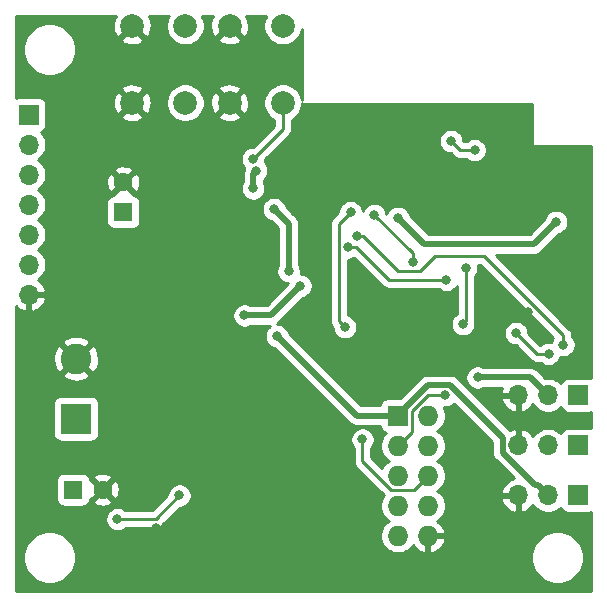
<source format=gbr>
G04 #@! TF.GenerationSoftware,KiCad,Pcbnew,(5.1.5)-3*
G04 #@! TF.CreationDate,2021-01-11T18:37:13+01:00*
G04 #@! TF.ProjectId,esp12Board,65737031-3242-46f6-9172-642e6b696361,rev?*
G04 #@! TF.SameCoordinates,Original*
G04 #@! TF.FileFunction,Copper,L2,Bot*
G04 #@! TF.FilePolarity,Positive*
%FSLAX46Y46*%
G04 Gerber Fmt 4.6, Leading zero omitted, Abs format (unit mm)*
G04 Created by KiCad (PCBNEW (5.1.5)-3) date 2021-01-11 18:37:13*
%MOMM*%
%LPD*%
G04 APERTURE LIST*
%ADD10O,1.727200X1.727200*%
%ADD11R,1.727200X1.727200*%
%ADD12O,1.700000X1.700000*%
%ADD13R,1.700000X1.700000*%
%ADD14C,1.600000*%
%ADD15R,1.600000X1.600000*%
%ADD16C,2.600000*%
%ADD17R,2.600000X2.600000*%
%ADD18C,2.000000*%
%ADD19C,0.800000*%
%ADD20C,0.500000*%
%ADD21C,0.250000*%
%ADD22C,0.254000*%
G04 APERTURE END LIST*
D10*
X65540000Y-79660000D03*
X63000000Y-79660000D03*
X65540000Y-77120000D03*
X63000000Y-77120000D03*
X65540000Y-74580000D03*
X63000000Y-74580000D03*
X65540000Y-72040000D03*
X63000000Y-72040000D03*
X65540000Y-69500000D03*
D11*
X63000000Y-69500000D03*
D12*
X73170000Y-76250000D03*
X75710000Y-76250000D03*
D13*
X78250000Y-76250000D03*
D12*
X73170000Y-72000000D03*
X75710000Y-72000000D03*
D13*
X78250000Y-72000000D03*
D14*
X38000000Y-75750000D03*
D15*
X35500000Y-75750000D03*
D14*
X39750000Y-49750000D03*
D15*
X39750000Y-52250000D03*
D16*
X35750000Y-64670000D03*
D17*
X35750000Y-69750000D03*
D18*
X45000000Y-43000000D03*
X40500000Y-43000000D03*
X45000000Y-36500000D03*
X40500000Y-36500000D03*
X53250000Y-43000000D03*
X48750000Y-43000000D03*
X53250000Y-36500000D03*
X48750000Y-36500000D03*
D12*
X73170000Y-67750000D03*
X75710000Y-67750000D03*
D13*
X78250000Y-67750000D03*
D12*
X31750000Y-59240000D03*
X31750000Y-56700000D03*
X31750000Y-54160000D03*
X31750000Y-51620000D03*
X31750000Y-49080000D03*
X31750000Y-46540000D03*
D13*
X31750000Y-44000000D03*
D19*
X50750000Y-45500000D03*
X54250000Y-52250000D03*
X56500016Y-63250000D03*
X74000000Y-60750000D03*
X51500000Y-78750000D03*
X54000000Y-78750000D03*
X43750000Y-78500000D03*
X42500000Y-79000000D03*
X41000000Y-76750000D03*
X43000000Y-82000000D03*
X36000000Y-79750000D03*
X32500000Y-72500000D03*
X52750000Y-62750000D03*
X50000000Y-61000000D03*
X54750000Y-58500000D03*
X52500000Y-52000000D03*
X53750000Y-57250000D03*
X50750000Y-50250000D03*
X51000000Y-48749990D03*
X76406442Y-53093558D03*
X63000000Y-52750000D03*
X69750000Y-66250000D03*
X44500000Y-76250000D03*
X39250000Y-78250000D03*
X61000000Y-52500000D03*
X64249999Y-56500000D03*
X77000000Y-63500000D03*
X59500000Y-54250000D03*
X59000000Y-52250000D03*
X58500000Y-62000000D03*
X60000000Y-71500000D03*
X58737347Y-55237347D03*
X67100001Y-58000000D03*
X73000000Y-62500000D03*
X75750000Y-64250000D03*
X67500000Y-46250001D03*
X69500000Y-47000000D03*
X50750000Y-47750000D03*
X68750000Y-57000000D03*
X68500000Y-61750000D03*
X67000000Y-67750000D03*
D20*
X63000000Y-69500000D02*
X59500000Y-69500000D01*
X59500000Y-69500000D02*
X53149999Y-63149999D01*
X53149999Y-63149999D02*
X52750000Y-62750000D01*
X74645999Y-75400001D02*
X74860001Y-75400001D01*
X71869999Y-71361997D02*
X71869999Y-72624001D01*
X74860001Y-75400001D02*
X75710000Y-76250000D01*
X67408001Y-66899999D02*
X71869999Y-71361997D01*
X71869999Y-72624001D02*
X74645999Y-75400001D01*
X65567685Y-66899999D02*
X67408001Y-66899999D01*
X63613591Y-68854093D02*
X65567685Y-66899999D01*
X63613591Y-69136409D02*
X63613591Y-68854093D01*
X63250000Y-69500000D02*
X63613591Y-69136409D01*
X63000000Y-69500000D02*
X63250000Y-69500000D01*
X50000000Y-61000000D02*
X52250000Y-61000000D01*
X52250000Y-61000000D02*
X54750000Y-58500000D01*
X52500000Y-52000000D02*
X53750000Y-53250000D01*
X53750000Y-53250000D02*
X53750000Y-57250000D01*
X50750000Y-50250000D02*
X50750000Y-48999990D01*
X50750000Y-48999990D02*
X51000000Y-48749990D01*
X76406442Y-53093558D02*
X74512660Y-54987340D01*
X65237340Y-54987340D02*
X63000000Y-52750000D01*
X74512660Y-54987340D02*
X65237340Y-54987340D01*
X74210000Y-66250000D02*
X75710000Y-67750000D01*
X69750000Y-66250000D02*
X74210000Y-66250000D01*
D21*
X44500000Y-76250000D02*
X42500000Y-78250000D01*
X42500000Y-78250000D02*
X39250000Y-78250000D01*
X64249999Y-55749999D02*
X64249999Y-56500000D01*
X61000000Y-52500000D02*
X64249999Y-55749999D01*
X60065685Y-54250000D02*
X59500000Y-54250000D01*
X70298004Y-55975002D02*
X66098006Y-55975002D01*
X66098006Y-55975002D02*
X64848002Y-57225006D01*
X64848002Y-57225006D02*
X63040691Y-57225006D01*
X77000000Y-62676998D02*
X70298004Y-55975002D01*
X63040691Y-57225006D02*
X60065685Y-54250000D01*
X77000000Y-63500000D02*
X77000000Y-62676998D01*
X58012346Y-61512346D02*
X58500000Y-62000000D01*
X59000000Y-52250000D02*
X58012346Y-53237654D01*
X58012346Y-53237654D02*
X58012346Y-61512346D01*
X64676401Y-75443599D02*
X65540000Y-74580000D01*
X64351399Y-75768601D02*
X64676401Y-75443599D01*
X62429471Y-75768601D02*
X64351399Y-75768601D01*
X60000000Y-73339130D02*
X62429471Y-75768601D01*
X60000000Y-71500000D02*
X60000000Y-73339130D01*
X73000000Y-62500000D02*
X74750000Y-64250000D01*
X74750000Y-64250000D02*
X75750000Y-64250000D01*
X58737347Y-55237347D02*
X59487345Y-55237347D01*
X59487345Y-55237347D02*
X61849999Y-57600001D01*
X61849999Y-57600001D02*
X62249998Y-58000000D01*
X62250000Y-58000000D02*
X67100001Y-58000000D01*
X62000000Y-57750000D02*
X62250000Y-58000000D01*
X69500000Y-47000000D02*
X68249999Y-47000000D01*
X68249999Y-47000000D02*
X67500000Y-46250001D01*
X53250000Y-43000000D02*
X53250000Y-45250000D01*
X53250000Y-45250000D02*
X50750000Y-47750000D01*
X68750000Y-57000000D02*
X68750000Y-61500000D01*
X68750000Y-61500000D02*
X68500000Y-61750000D01*
X64188601Y-70851399D02*
X63863599Y-71176401D01*
X63863599Y-71176401D02*
X63000000Y-72040000D01*
X64188601Y-69092269D02*
X64188601Y-70851399D01*
X65530870Y-67750000D02*
X64188601Y-69092269D01*
X67000000Y-67750000D02*
X65530870Y-67750000D01*
D22*
G36*
X38959296Y-35929571D02*
G01*
X38877616Y-36241108D01*
X38858282Y-36562595D01*
X38902039Y-36881675D01*
X39007205Y-37186088D01*
X39100186Y-37360044D01*
X39364587Y-37455808D01*
X40320395Y-36500000D01*
X40306253Y-36485858D01*
X40485858Y-36306253D01*
X40500000Y-36320395D01*
X40514143Y-36306253D01*
X40693748Y-36485858D01*
X40679605Y-36500000D01*
X41635413Y-37455808D01*
X41899814Y-37360044D01*
X42040704Y-37070429D01*
X42122384Y-36758892D01*
X42141718Y-36437405D01*
X42097961Y-36118325D01*
X41992795Y-35813912D01*
X41910528Y-35660000D01*
X43594872Y-35660000D01*
X43551082Y-35725537D01*
X43427832Y-36023088D01*
X43365000Y-36338967D01*
X43365000Y-36661033D01*
X43427832Y-36976912D01*
X43551082Y-37274463D01*
X43730013Y-37542252D01*
X43957748Y-37769987D01*
X44225537Y-37948918D01*
X44523088Y-38072168D01*
X44838967Y-38135000D01*
X45161033Y-38135000D01*
X45476912Y-38072168D01*
X45774463Y-37948918D01*
X46042252Y-37769987D01*
X46176826Y-37635413D01*
X47794192Y-37635413D01*
X47889956Y-37899814D01*
X48179571Y-38040704D01*
X48491108Y-38122384D01*
X48812595Y-38141718D01*
X49131675Y-38097961D01*
X49436088Y-37992795D01*
X49610044Y-37899814D01*
X49705808Y-37635413D01*
X48750000Y-36679605D01*
X47794192Y-37635413D01*
X46176826Y-37635413D01*
X46269987Y-37542252D01*
X46448918Y-37274463D01*
X46572168Y-36976912D01*
X46635000Y-36661033D01*
X46635000Y-36338967D01*
X46572168Y-36023088D01*
X46448918Y-35725537D01*
X46405128Y-35660000D01*
X47340435Y-35660000D01*
X47209296Y-35929571D01*
X47127616Y-36241108D01*
X47108282Y-36562595D01*
X47152039Y-36881675D01*
X47257205Y-37186088D01*
X47350186Y-37360044D01*
X47614587Y-37455808D01*
X48570395Y-36500000D01*
X48556253Y-36485858D01*
X48735858Y-36306253D01*
X48750000Y-36320395D01*
X48764143Y-36306253D01*
X48943748Y-36485858D01*
X48929605Y-36500000D01*
X49885413Y-37455808D01*
X50149814Y-37360044D01*
X50290704Y-37070429D01*
X50372384Y-36758892D01*
X50391718Y-36437405D01*
X50347961Y-36118325D01*
X50242795Y-35813912D01*
X50160528Y-35660000D01*
X51844872Y-35660000D01*
X51801082Y-35725537D01*
X51677832Y-36023088D01*
X51615000Y-36338967D01*
X51615000Y-36661033D01*
X51677832Y-36976912D01*
X51801082Y-37274463D01*
X51980013Y-37542252D01*
X52207748Y-37769987D01*
X52475537Y-37948918D01*
X52773088Y-38072168D01*
X53088967Y-38135000D01*
X53411033Y-38135000D01*
X53726912Y-38072168D01*
X54024463Y-37948918D01*
X54292252Y-37769987D01*
X54519987Y-37542252D01*
X54698918Y-37274463D01*
X54822168Y-36976912D01*
X54873000Y-36721361D01*
X54873000Y-42778639D01*
X54822168Y-42523088D01*
X54698918Y-42225537D01*
X54519987Y-41957748D01*
X54292252Y-41730013D01*
X54024463Y-41551082D01*
X53726912Y-41427832D01*
X53411033Y-41365000D01*
X53088967Y-41365000D01*
X52773088Y-41427832D01*
X52475537Y-41551082D01*
X52207748Y-41730013D01*
X51980013Y-41957748D01*
X51801082Y-42225537D01*
X51677832Y-42523088D01*
X51615000Y-42838967D01*
X51615000Y-43161033D01*
X51677832Y-43476912D01*
X51801082Y-43774463D01*
X51980013Y-44042252D01*
X52207748Y-44269987D01*
X52475537Y-44448918D01*
X52490001Y-44454909D01*
X52490001Y-44935197D01*
X50710199Y-46715000D01*
X50648061Y-46715000D01*
X50448102Y-46754774D01*
X50259744Y-46832795D01*
X50090226Y-46946063D01*
X49946063Y-47090226D01*
X49832795Y-47259744D01*
X49754774Y-47448102D01*
X49715000Y-47648061D01*
X49715000Y-47851939D01*
X49754774Y-48051898D01*
X49832795Y-48240256D01*
X49946063Y-48409774D01*
X50001391Y-48465102D01*
X49983003Y-48557543D01*
X49928412Y-48659677D01*
X49877805Y-48826500D01*
X49860719Y-48999990D01*
X49865001Y-49043468D01*
X49865000Y-49711545D01*
X49832795Y-49759744D01*
X49754774Y-49948102D01*
X49715000Y-50148061D01*
X49715000Y-50351939D01*
X49754774Y-50551898D01*
X49832795Y-50740256D01*
X49946063Y-50909774D01*
X50090226Y-51053937D01*
X50259744Y-51167205D01*
X50448102Y-51245226D01*
X50648061Y-51285000D01*
X50851939Y-51285000D01*
X51051898Y-51245226D01*
X51240256Y-51167205D01*
X51409774Y-51053937D01*
X51553937Y-50909774D01*
X51667205Y-50740256D01*
X51745226Y-50551898D01*
X51785000Y-50351939D01*
X51785000Y-50148061D01*
X51745226Y-49948102D01*
X51667205Y-49759744D01*
X51635000Y-49711546D01*
X51635000Y-49570480D01*
X51659774Y-49553927D01*
X51803937Y-49409764D01*
X51917205Y-49240246D01*
X51995226Y-49051888D01*
X52035000Y-48851929D01*
X52035000Y-48648051D01*
X51995226Y-48448092D01*
X51917205Y-48259734D01*
X51803937Y-48090216D01*
X51748609Y-48034888D01*
X51785000Y-47851939D01*
X51785000Y-47789801D01*
X53426739Y-46148062D01*
X66465000Y-46148062D01*
X66465000Y-46351940D01*
X66504774Y-46551899D01*
X66582795Y-46740257D01*
X66696063Y-46909775D01*
X66840226Y-47053938D01*
X67009744Y-47167206D01*
X67198102Y-47245227D01*
X67398061Y-47285001D01*
X67460198Y-47285001D01*
X67686200Y-47511002D01*
X67709998Y-47540001D01*
X67825723Y-47634974D01*
X67957752Y-47705546D01*
X68101013Y-47749003D01*
X68212666Y-47760000D01*
X68212674Y-47760000D01*
X68249999Y-47763676D01*
X68287324Y-47760000D01*
X68796289Y-47760000D01*
X68840226Y-47803937D01*
X69009744Y-47917205D01*
X69198102Y-47995226D01*
X69398061Y-48035000D01*
X69601939Y-48035000D01*
X69801898Y-47995226D01*
X69990256Y-47917205D01*
X70159774Y-47803937D01*
X70303937Y-47659774D01*
X70417205Y-47490256D01*
X70495226Y-47301898D01*
X70535000Y-47101939D01*
X70535000Y-46898061D01*
X70495226Y-46698102D01*
X70417205Y-46509744D01*
X70303937Y-46340226D01*
X70159774Y-46196063D01*
X69990256Y-46082795D01*
X69801898Y-46004774D01*
X69601939Y-45965000D01*
X69398061Y-45965000D01*
X69198102Y-46004774D01*
X69009744Y-46082795D01*
X68840226Y-46196063D01*
X68796289Y-46240000D01*
X68564801Y-46240000D01*
X68535000Y-46210199D01*
X68535000Y-46148062D01*
X68495226Y-45948103D01*
X68417205Y-45759745D01*
X68303937Y-45590227D01*
X68159774Y-45446064D01*
X67990256Y-45332796D01*
X67801898Y-45254775D01*
X67601939Y-45215001D01*
X67398061Y-45215001D01*
X67198102Y-45254775D01*
X67009744Y-45332796D01*
X66840226Y-45446064D01*
X66696063Y-45590227D01*
X66582795Y-45759745D01*
X66504774Y-45948103D01*
X66465000Y-46148062D01*
X53426739Y-46148062D01*
X53761003Y-45813799D01*
X53790001Y-45790001D01*
X53816332Y-45757917D01*
X53884974Y-45674277D01*
X53955546Y-45542247D01*
X53968058Y-45500999D01*
X53999003Y-45398986D01*
X54010000Y-45287333D01*
X54010000Y-45287323D01*
X54013676Y-45250000D01*
X54010000Y-45212677D01*
X54010000Y-44454909D01*
X54024463Y-44448918D01*
X54292252Y-44269987D01*
X54519987Y-44042252D01*
X54698918Y-43774463D01*
X54822168Y-43476912D01*
X54885000Y-43161033D01*
X54885000Y-43052966D01*
X54894403Y-43070557D01*
X54910197Y-43089803D01*
X54929443Y-43105597D01*
X54951399Y-43117333D01*
X54975224Y-43124560D01*
X55000000Y-43127000D01*
X74373000Y-43127000D01*
X74373000Y-46500000D01*
X74375440Y-46524776D01*
X74382667Y-46548601D01*
X74394403Y-46570557D01*
X74410197Y-46589803D01*
X74429443Y-46605597D01*
X74451399Y-46617333D01*
X74475224Y-46624560D01*
X74500000Y-46627000D01*
X79340000Y-46627000D01*
X79340001Y-66309230D01*
X79224482Y-66274188D01*
X79100000Y-66261928D01*
X77400000Y-66261928D01*
X77275518Y-66274188D01*
X77155820Y-66310498D01*
X77045506Y-66369463D01*
X76948815Y-66448815D01*
X76869463Y-66545506D01*
X76810498Y-66655820D01*
X76788487Y-66728380D01*
X76656632Y-66596525D01*
X76413411Y-66434010D01*
X76143158Y-66322068D01*
X75856260Y-66265000D01*
X75563740Y-66265000D01*
X75491040Y-66279461D01*
X74866534Y-65654956D01*
X74838817Y-65621183D01*
X74704059Y-65510589D01*
X74550313Y-65428411D01*
X74383490Y-65377805D01*
X74253477Y-65365000D01*
X74253469Y-65365000D01*
X74210000Y-65360719D01*
X74166531Y-65365000D01*
X70288454Y-65365000D01*
X70240256Y-65332795D01*
X70051898Y-65254774D01*
X69851939Y-65215000D01*
X69648061Y-65215000D01*
X69448102Y-65254774D01*
X69259744Y-65332795D01*
X69090226Y-65446063D01*
X68946063Y-65590226D01*
X68832795Y-65759744D01*
X68754774Y-65948102D01*
X68715000Y-66148061D01*
X68715000Y-66351939D01*
X68754774Y-66551898D01*
X68832795Y-66740256D01*
X68946063Y-66909774D01*
X69090226Y-67053937D01*
X69259744Y-67167205D01*
X69448102Y-67245226D01*
X69648061Y-67285000D01*
X69851939Y-67285000D01*
X70051898Y-67245226D01*
X70240256Y-67167205D01*
X70288454Y-67135000D01*
X71820078Y-67135000D01*
X71728519Y-67393109D01*
X71849186Y-67623000D01*
X73043000Y-67623000D01*
X73043000Y-67603000D01*
X73297000Y-67603000D01*
X73297000Y-67623000D01*
X73317000Y-67623000D01*
X73317000Y-67877000D01*
X73297000Y-67877000D01*
X73297000Y-69070155D01*
X73526890Y-69191476D01*
X73674099Y-69146825D01*
X73936920Y-69021641D01*
X74170269Y-68847588D01*
X74365178Y-68631355D01*
X74434805Y-68514466D01*
X74556525Y-68696632D01*
X74763368Y-68903475D01*
X75006589Y-69065990D01*
X75276842Y-69177932D01*
X75563740Y-69235000D01*
X75856260Y-69235000D01*
X76143158Y-69177932D01*
X76413411Y-69065990D01*
X76656632Y-68903475D01*
X76788487Y-68771620D01*
X76810498Y-68844180D01*
X76869463Y-68954494D01*
X76948815Y-69051185D01*
X77045506Y-69130537D01*
X77155820Y-69189502D01*
X77275518Y-69225812D01*
X77400000Y-69238072D01*
X79100000Y-69238072D01*
X79224482Y-69225812D01*
X79340001Y-69190770D01*
X79340001Y-70559230D01*
X79224482Y-70524188D01*
X79100000Y-70511928D01*
X77400000Y-70511928D01*
X77275518Y-70524188D01*
X77155820Y-70560498D01*
X77045506Y-70619463D01*
X76948815Y-70698815D01*
X76869463Y-70795506D01*
X76810498Y-70905820D01*
X76788487Y-70978380D01*
X76656632Y-70846525D01*
X76413411Y-70684010D01*
X76143158Y-70572068D01*
X75856260Y-70515000D01*
X75563740Y-70515000D01*
X75276842Y-70572068D01*
X75006589Y-70684010D01*
X74763368Y-70846525D01*
X74556525Y-71053368D01*
X74434805Y-71235534D01*
X74365178Y-71118645D01*
X74170269Y-70902412D01*
X73936920Y-70728359D01*
X73674099Y-70603175D01*
X73526890Y-70558524D01*
X73297000Y-70679845D01*
X73297000Y-71873000D01*
X73317000Y-71873000D01*
X73317000Y-72127000D01*
X73297000Y-72127000D01*
X73297000Y-72147000D01*
X73043000Y-72147000D01*
X73043000Y-72127000D01*
X73023000Y-72127000D01*
X73023000Y-71873000D01*
X73043000Y-71873000D01*
X73043000Y-70679845D01*
X72813110Y-70558524D01*
X72665901Y-70603175D01*
X72460561Y-70700980D01*
X69866472Y-68106891D01*
X71728519Y-68106891D01*
X71825843Y-68381252D01*
X71974822Y-68631355D01*
X72169731Y-68847588D01*
X72403080Y-69021641D01*
X72665901Y-69146825D01*
X72813110Y-69191476D01*
X73043000Y-69070155D01*
X73043000Y-67877000D01*
X71849186Y-67877000D01*
X71728519Y-68106891D01*
X69866472Y-68106891D01*
X68064535Y-66304955D01*
X68036818Y-66271182D01*
X67902060Y-66160588D01*
X67748314Y-66078410D01*
X67581491Y-66027804D01*
X67451478Y-66014999D01*
X67451470Y-66014999D01*
X67408001Y-66010718D01*
X67364532Y-66014999D01*
X65611150Y-66014999D01*
X65567684Y-66010718D01*
X65524218Y-66014999D01*
X65524208Y-66014999D01*
X65394195Y-66027804D01*
X65227372Y-66078410D01*
X65073626Y-66160588D01*
X65073624Y-66160589D01*
X65073625Y-66160589D01*
X64972638Y-66243467D01*
X64972636Y-66243469D01*
X64938868Y-66271182D01*
X64911155Y-66304950D01*
X63217778Y-67998328D01*
X62136400Y-67998328D01*
X62011918Y-68010588D01*
X61892220Y-68046898D01*
X61781906Y-68105863D01*
X61685215Y-68185215D01*
X61605863Y-68281906D01*
X61546898Y-68392220D01*
X61510588Y-68511918D01*
X61500436Y-68615000D01*
X59866579Y-68615000D01*
X53756535Y-62504957D01*
X53745226Y-62448102D01*
X53667205Y-62259744D01*
X53553937Y-62090226D01*
X53409774Y-61946063D01*
X53240256Y-61832795D01*
X53051898Y-61754774D01*
X52851939Y-61715000D01*
X52773804Y-61715000D01*
X52878817Y-61628817D01*
X52906534Y-61595044D01*
X54995044Y-59506535D01*
X55051898Y-59495226D01*
X55240256Y-59417205D01*
X55409774Y-59303937D01*
X55553937Y-59159774D01*
X55667205Y-58990256D01*
X55745226Y-58801898D01*
X55785000Y-58601939D01*
X55785000Y-58398061D01*
X55745226Y-58198102D01*
X55667205Y-58009744D01*
X55553937Y-57840226D01*
X55409774Y-57696063D01*
X55240256Y-57582795D01*
X55051898Y-57504774D01*
X54851939Y-57465000D01*
X54762511Y-57465000D01*
X54785000Y-57351939D01*
X54785000Y-57148061D01*
X54745226Y-56948102D01*
X54667205Y-56759744D01*
X54635000Y-56711546D01*
X54635000Y-53293469D01*
X54639281Y-53250000D01*
X54638066Y-53237654D01*
X57248670Y-53237654D01*
X57252346Y-53274976D01*
X57252347Y-61475014D01*
X57248670Y-61512346D01*
X57263344Y-61661331D01*
X57306800Y-61804592D01*
X57377372Y-61936622D01*
X57438077Y-62010590D01*
X57465000Y-62043396D01*
X57465000Y-62101939D01*
X57504774Y-62301898D01*
X57582795Y-62490256D01*
X57696063Y-62659774D01*
X57840226Y-62803937D01*
X58009744Y-62917205D01*
X58198102Y-62995226D01*
X58398061Y-63035000D01*
X58601939Y-63035000D01*
X58801898Y-62995226D01*
X58990256Y-62917205D01*
X59159774Y-62803937D01*
X59303937Y-62659774D01*
X59417205Y-62490256D01*
X59495226Y-62301898D01*
X59535000Y-62101939D01*
X59535000Y-61898061D01*
X59495226Y-61698102D01*
X59417205Y-61509744D01*
X59303937Y-61340226D01*
X59159774Y-61196063D01*
X58990256Y-61082795D01*
X58801898Y-61004774D01*
X58772346Y-60998896D01*
X58772346Y-56272347D01*
X58839286Y-56272347D01*
X59039245Y-56232573D01*
X59227603Y-56154552D01*
X59288835Y-56113638D01*
X61338996Y-58163800D01*
X61339002Y-58163805D01*
X61686205Y-58511008D01*
X61709999Y-58540001D01*
X61738992Y-58563795D01*
X61738996Y-58563799D01*
X61825722Y-58634974D01*
X61957751Y-58705546D01*
X62044665Y-58731910D01*
X62101014Y-58749003D01*
X62212667Y-58760000D01*
X62212675Y-58760000D01*
X62249997Y-58763676D01*
X62249999Y-58763676D01*
X62287322Y-58760000D01*
X66396290Y-58760000D01*
X66440227Y-58803937D01*
X66609745Y-58917205D01*
X66798103Y-58995226D01*
X66998062Y-59035000D01*
X67201940Y-59035000D01*
X67401899Y-58995226D01*
X67590257Y-58917205D01*
X67759775Y-58803937D01*
X67903938Y-58659774D01*
X67990000Y-58530972D01*
X67990001Y-60845987D01*
X67840226Y-60946063D01*
X67696063Y-61090226D01*
X67582795Y-61259744D01*
X67504774Y-61448102D01*
X67465000Y-61648061D01*
X67465000Y-61851939D01*
X67504774Y-62051898D01*
X67582795Y-62240256D01*
X67696063Y-62409774D01*
X67840226Y-62553937D01*
X68009744Y-62667205D01*
X68198102Y-62745226D01*
X68398061Y-62785000D01*
X68601939Y-62785000D01*
X68801898Y-62745226D01*
X68990256Y-62667205D01*
X69159774Y-62553937D01*
X69303937Y-62409774D01*
X69417205Y-62240256D01*
X69495226Y-62051898D01*
X69535000Y-61851939D01*
X69535000Y-61648061D01*
X69510985Y-61527327D01*
X69513676Y-61500001D01*
X69510000Y-61462678D01*
X69510000Y-57703711D01*
X69553937Y-57659774D01*
X69667205Y-57490256D01*
X69745226Y-57301898D01*
X69785000Y-57101939D01*
X69785000Y-56898061D01*
X69752566Y-56735002D01*
X69983203Y-56735002D01*
X76152950Y-62904750D01*
X76082795Y-63009744D01*
X76004774Y-63198102D01*
X75995724Y-63243600D01*
X75851939Y-63215000D01*
X75648061Y-63215000D01*
X75448102Y-63254774D01*
X75259744Y-63332795D01*
X75090226Y-63446063D01*
X75055545Y-63480744D01*
X74035000Y-62460199D01*
X74035000Y-62398061D01*
X73995226Y-62198102D01*
X73917205Y-62009744D01*
X73803937Y-61840226D01*
X73659774Y-61696063D01*
X73490256Y-61582795D01*
X73301898Y-61504774D01*
X73101939Y-61465000D01*
X72898061Y-61465000D01*
X72698102Y-61504774D01*
X72509744Y-61582795D01*
X72340226Y-61696063D01*
X72196063Y-61840226D01*
X72082795Y-62009744D01*
X72004774Y-62198102D01*
X71965000Y-62398061D01*
X71965000Y-62601939D01*
X72004774Y-62801898D01*
X72082795Y-62990256D01*
X72196063Y-63159774D01*
X72340226Y-63303937D01*
X72509744Y-63417205D01*
X72698102Y-63495226D01*
X72898061Y-63535000D01*
X72960199Y-63535000D01*
X74186201Y-64761003D01*
X74209999Y-64790001D01*
X74325724Y-64884974D01*
X74457753Y-64955546D01*
X74601014Y-64999003D01*
X74712667Y-65010000D01*
X74712675Y-65010000D01*
X74750000Y-65013676D01*
X74787325Y-65010000D01*
X75046289Y-65010000D01*
X75090226Y-65053937D01*
X75259744Y-65167205D01*
X75448102Y-65245226D01*
X75648061Y-65285000D01*
X75851939Y-65285000D01*
X76051898Y-65245226D01*
X76240256Y-65167205D01*
X76409774Y-65053937D01*
X76553937Y-64909774D01*
X76667205Y-64740256D01*
X76745226Y-64551898D01*
X76754276Y-64506400D01*
X76898061Y-64535000D01*
X77101939Y-64535000D01*
X77301898Y-64495226D01*
X77490256Y-64417205D01*
X77659774Y-64303937D01*
X77803937Y-64159774D01*
X77917205Y-63990256D01*
X77995226Y-63801898D01*
X78035000Y-63601939D01*
X78035000Y-63398061D01*
X77995226Y-63198102D01*
X77917205Y-63009744D01*
X77803937Y-62840226D01*
X77760000Y-62796289D01*
X77760000Y-62714323D01*
X77763676Y-62676998D01*
X77760000Y-62639673D01*
X77760000Y-62639665D01*
X77749003Y-62528012D01*
X77705546Y-62384751D01*
X77634974Y-62252722D01*
X77540001Y-62136997D01*
X77511003Y-62113199D01*
X71270143Y-55872340D01*
X74469191Y-55872340D01*
X74512660Y-55876621D01*
X74556129Y-55872340D01*
X74556137Y-55872340D01*
X74686150Y-55859535D01*
X74852973Y-55808929D01*
X75006719Y-55726751D01*
X75141477Y-55616157D01*
X75169194Y-55582384D01*
X76651486Y-54100093D01*
X76708340Y-54088784D01*
X76896698Y-54010763D01*
X77066216Y-53897495D01*
X77210379Y-53753332D01*
X77323647Y-53583814D01*
X77401668Y-53395456D01*
X77441442Y-53195497D01*
X77441442Y-52991619D01*
X77401668Y-52791660D01*
X77323647Y-52603302D01*
X77210379Y-52433784D01*
X77066216Y-52289621D01*
X76896698Y-52176353D01*
X76708340Y-52098332D01*
X76508381Y-52058558D01*
X76304503Y-52058558D01*
X76104544Y-52098332D01*
X75916186Y-52176353D01*
X75746668Y-52289621D01*
X75602505Y-52433784D01*
X75489237Y-52603302D01*
X75411216Y-52791660D01*
X75399907Y-52848514D01*
X74146082Y-54102340D01*
X65603919Y-54102340D01*
X64006535Y-52504957D01*
X63995226Y-52448102D01*
X63917205Y-52259744D01*
X63803937Y-52090226D01*
X63659774Y-51946063D01*
X63490256Y-51832795D01*
X63301898Y-51754774D01*
X63101939Y-51715000D01*
X62898061Y-51715000D01*
X62698102Y-51754774D01*
X62509744Y-51832795D01*
X62340226Y-51946063D01*
X62196063Y-52090226D01*
X62082795Y-52259744D01*
X62031919Y-52382570D01*
X61995226Y-52198102D01*
X61917205Y-52009744D01*
X61803937Y-51840226D01*
X61659774Y-51696063D01*
X61490256Y-51582795D01*
X61301898Y-51504774D01*
X61101939Y-51465000D01*
X60898061Y-51465000D01*
X60698102Y-51504774D01*
X60509744Y-51582795D01*
X60340226Y-51696063D01*
X60196063Y-51840226D01*
X60082795Y-52009744D01*
X60031919Y-52132570D01*
X59995226Y-51948102D01*
X59917205Y-51759744D01*
X59803937Y-51590226D01*
X59659774Y-51446063D01*
X59490256Y-51332795D01*
X59301898Y-51254774D01*
X59101939Y-51215000D01*
X58898061Y-51215000D01*
X58698102Y-51254774D01*
X58509744Y-51332795D01*
X58340226Y-51446063D01*
X58196063Y-51590226D01*
X58082795Y-51759744D01*
X58004774Y-51948102D01*
X57965000Y-52148061D01*
X57965000Y-52210199D01*
X57501348Y-52673850D01*
X57472345Y-52697653D01*
X57417217Y-52764828D01*
X57377372Y-52813378D01*
X57318095Y-52924276D01*
X57306800Y-52945408D01*
X57263343Y-53088669D01*
X57252346Y-53200322D01*
X57252346Y-53200332D01*
X57248670Y-53237654D01*
X54638066Y-53237654D01*
X54635000Y-53206531D01*
X54635000Y-53206523D01*
X54622195Y-53076510D01*
X54615348Y-53053937D01*
X54582425Y-52945408D01*
X54571589Y-52909687D01*
X54489411Y-52755941D01*
X54378817Y-52621183D01*
X54345050Y-52593471D01*
X53506535Y-51754957D01*
X53495226Y-51698102D01*
X53417205Y-51509744D01*
X53303937Y-51340226D01*
X53159774Y-51196063D01*
X52990256Y-51082795D01*
X52801898Y-51004774D01*
X52601939Y-50965000D01*
X52398061Y-50965000D01*
X52198102Y-51004774D01*
X52009744Y-51082795D01*
X51840226Y-51196063D01*
X51696063Y-51340226D01*
X51582795Y-51509744D01*
X51504774Y-51698102D01*
X51465000Y-51898061D01*
X51465000Y-52101939D01*
X51504774Y-52301898D01*
X51582795Y-52490256D01*
X51696063Y-52659774D01*
X51840226Y-52803937D01*
X52009744Y-52917205D01*
X52198102Y-52995226D01*
X52254957Y-53006535D01*
X52865000Y-53616579D01*
X52865001Y-56711544D01*
X52832795Y-56759744D01*
X52754774Y-56948102D01*
X52715000Y-57148061D01*
X52715000Y-57351939D01*
X52754774Y-57551898D01*
X52832795Y-57740256D01*
X52946063Y-57909774D01*
X53090226Y-58053937D01*
X53259744Y-58167205D01*
X53448102Y-58245226D01*
X53648061Y-58285000D01*
X53713421Y-58285000D01*
X51883422Y-60115000D01*
X50538454Y-60115000D01*
X50490256Y-60082795D01*
X50301898Y-60004774D01*
X50101939Y-59965000D01*
X49898061Y-59965000D01*
X49698102Y-60004774D01*
X49509744Y-60082795D01*
X49340226Y-60196063D01*
X49196063Y-60340226D01*
X49082795Y-60509744D01*
X49004774Y-60698102D01*
X48965000Y-60898061D01*
X48965000Y-61101939D01*
X49004774Y-61301898D01*
X49082795Y-61490256D01*
X49196063Y-61659774D01*
X49340226Y-61803937D01*
X49509744Y-61917205D01*
X49698102Y-61995226D01*
X49898061Y-62035000D01*
X50101939Y-62035000D01*
X50301898Y-61995226D01*
X50490256Y-61917205D01*
X50538454Y-61885000D01*
X52181613Y-61885000D01*
X52090226Y-61946063D01*
X51946063Y-62090226D01*
X51832795Y-62259744D01*
X51754774Y-62448102D01*
X51715000Y-62648061D01*
X51715000Y-62851939D01*
X51754774Y-63051898D01*
X51832795Y-63240256D01*
X51946063Y-63409774D01*
X52090226Y-63553937D01*
X52259744Y-63667205D01*
X52448102Y-63745226D01*
X52504957Y-63756535D01*
X58843470Y-70095049D01*
X58871183Y-70128817D01*
X58904951Y-70156530D01*
X58904953Y-70156532D01*
X59005941Y-70239411D01*
X59159686Y-70321589D01*
X59326510Y-70372195D01*
X59456523Y-70385000D01*
X59456531Y-70385000D01*
X59500000Y-70389281D01*
X59543469Y-70385000D01*
X61500436Y-70385000D01*
X61510588Y-70488082D01*
X61546898Y-70607780D01*
X61605863Y-70718094D01*
X61685215Y-70814785D01*
X61781906Y-70894137D01*
X61892220Y-70953102D01*
X61950023Y-70970636D01*
X61835961Y-71084698D01*
X61671958Y-71330147D01*
X61558990Y-71602875D01*
X61501400Y-71892401D01*
X61501400Y-72187599D01*
X61558990Y-72477125D01*
X61671958Y-72749853D01*
X61835961Y-72995302D01*
X62044698Y-73204039D01*
X62203281Y-73310000D01*
X62044698Y-73415961D01*
X61835961Y-73624698D01*
X61671958Y-73870147D01*
X61652586Y-73916915D01*
X60760000Y-73024329D01*
X60760000Y-72203711D01*
X60803937Y-72159774D01*
X60917205Y-71990256D01*
X60995226Y-71801898D01*
X61035000Y-71601939D01*
X61035000Y-71398061D01*
X60995226Y-71198102D01*
X60917205Y-71009744D01*
X60803937Y-70840226D01*
X60659774Y-70696063D01*
X60490256Y-70582795D01*
X60301898Y-70504774D01*
X60101939Y-70465000D01*
X59898061Y-70465000D01*
X59698102Y-70504774D01*
X59509744Y-70582795D01*
X59340226Y-70696063D01*
X59196063Y-70840226D01*
X59082795Y-71009744D01*
X59004774Y-71198102D01*
X58965000Y-71398061D01*
X58965000Y-71601939D01*
X59004774Y-71801898D01*
X59082795Y-71990256D01*
X59196063Y-72159774D01*
X59240000Y-72203711D01*
X59240001Y-73301798D01*
X59236324Y-73339130D01*
X59250998Y-73488115D01*
X59294454Y-73631376D01*
X59365026Y-73763406D01*
X59420498Y-73830998D01*
X59460000Y-73879131D01*
X59488998Y-73902929D01*
X61801837Y-76215769D01*
X61671958Y-76410147D01*
X61558990Y-76682875D01*
X61501400Y-76972401D01*
X61501400Y-77267599D01*
X61558990Y-77557125D01*
X61671958Y-77829853D01*
X61835961Y-78075302D01*
X62044698Y-78284039D01*
X62203281Y-78390000D01*
X62044698Y-78495961D01*
X61835961Y-78704698D01*
X61671958Y-78950147D01*
X61558990Y-79222875D01*
X61501400Y-79512401D01*
X61501400Y-79807599D01*
X61558990Y-80097125D01*
X61671958Y-80369853D01*
X61835961Y-80615302D01*
X62044698Y-80824039D01*
X62290147Y-80988042D01*
X62562875Y-81101010D01*
X62852401Y-81158600D01*
X63147599Y-81158600D01*
X63437125Y-81101010D01*
X63709853Y-80988042D01*
X63955302Y-80824039D01*
X64164039Y-80615302D01*
X64271692Y-80454187D01*
X64433146Y-80670293D01*
X64651512Y-80866817D01*
X64904022Y-81016964D01*
X65180973Y-81114963D01*
X65413000Y-80994464D01*
X65413000Y-79787000D01*
X65667000Y-79787000D01*
X65667000Y-80994464D01*
X65899027Y-81114963D01*
X66175978Y-81016964D01*
X66428488Y-80866817D01*
X66646854Y-80670293D01*
X66822684Y-80434944D01*
X66949222Y-80169814D01*
X66994958Y-80019026D01*
X66873817Y-79787000D01*
X65667000Y-79787000D01*
X65413000Y-79787000D01*
X65393000Y-79787000D01*
X65393000Y-79533000D01*
X65413000Y-79533000D01*
X65413000Y-79513000D01*
X65667000Y-79513000D01*
X65667000Y-79533000D01*
X66873817Y-79533000D01*
X66994958Y-79300974D01*
X66949222Y-79150186D01*
X66822684Y-78885056D01*
X66646854Y-78649707D01*
X66428488Y-78453183D01*
X66329897Y-78394559D01*
X66495302Y-78284039D01*
X66704039Y-78075302D01*
X66868042Y-77829853D01*
X66981010Y-77557125D01*
X67038600Y-77267599D01*
X67038600Y-76972401D01*
X66981010Y-76682875D01*
X66949537Y-76606891D01*
X71728519Y-76606891D01*
X71825843Y-76881252D01*
X71974822Y-77131355D01*
X72169731Y-77347588D01*
X72403080Y-77521641D01*
X72665901Y-77646825D01*
X72813110Y-77691476D01*
X73043000Y-77570155D01*
X73043000Y-76377000D01*
X71849186Y-76377000D01*
X71728519Y-76606891D01*
X66949537Y-76606891D01*
X66868042Y-76410147D01*
X66704039Y-76164698D01*
X66495302Y-75955961D01*
X66336719Y-75850000D01*
X66495302Y-75744039D01*
X66704039Y-75535302D01*
X66868042Y-75289853D01*
X66981010Y-75017125D01*
X67038600Y-74727599D01*
X67038600Y-74432401D01*
X66981010Y-74142875D01*
X66868042Y-73870147D01*
X66704039Y-73624698D01*
X66495302Y-73415961D01*
X66336719Y-73310000D01*
X66495302Y-73204039D01*
X66704039Y-72995302D01*
X66868042Y-72749853D01*
X66981010Y-72477125D01*
X67038600Y-72187599D01*
X67038600Y-71892401D01*
X66981010Y-71602875D01*
X66868042Y-71330147D01*
X66704039Y-71084698D01*
X66495302Y-70875961D01*
X66336719Y-70770000D01*
X66495302Y-70664039D01*
X66704039Y-70455302D01*
X66868042Y-70209853D01*
X66981010Y-69937125D01*
X67038600Y-69647599D01*
X67038600Y-69352401D01*
X66981010Y-69062875D01*
X66868042Y-68790147D01*
X66859474Y-68777325D01*
X66898061Y-68785000D01*
X67101939Y-68785000D01*
X67301898Y-68745226D01*
X67490256Y-68667205D01*
X67659774Y-68553937D01*
X67735067Y-68478644D01*
X70984999Y-71728576D01*
X70985000Y-72580523D01*
X70980718Y-72624001D01*
X70997804Y-72797491D01*
X71048411Y-72964314D01*
X71130589Y-73118060D01*
X71213467Y-73219047D01*
X71213470Y-73219050D01*
X71241183Y-73252818D01*
X71274950Y-73280530D01*
X72805309Y-74810890D01*
X72665901Y-74853175D01*
X72403080Y-74978359D01*
X72169731Y-75152412D01*
X71974822Y-75368645D01*
X71825843Y-75618748D01*
X71728519Y-75893109D01*
X71849186Y-76123000D01*
X73043000Y-76123000D01*
X73043000Y-76103000D01*
X73297000Y-76103000D01*
X73297000Y-76123000D01*
X73317000Y-76123000D01*
X73317000Y-76377000D01*
X73297000Y-76377000D01*
X73297000Y-77570155D01*
X73526890Y-77691476D01*
X73674099Y-77646825D01*
X73936920Y-77521641D01*
X74170269Y-77347588D01*
X74365178Y-77131355D01*
X74434805Y-77014466D01*
X74556525Y-77196632D01*
X74763368Y-77403475D01*
X75006589Y-77565990D01*
X75276842Y-77677932D01*
X75563740Y-77735000D01*
X75856260Y-77735000D01*
X76143158Y-77677932D01*
X76413411Y-77565990D01*
X76656632Y-77403475D01*
X76788487Y-77271620D01*
X76810498Y-77344180D01*
X76869463Y-77454494D01*
X76948815Y-77551185D01*
X77045506Y-77630537D01*
X77155820Y-77689502D01*
X77275518Y-77725812D01*
X77400000Y-77738072D01*
X79100000Y-77738072D01*
X79224482Y-77725812D01*
X79340001Y-77690770D01*
X79340001Y-84340000D01*
X30660000Y-84340000D01*
X30660000Y-81279872D01*
X31265000Y-81279872D01*
X31265000Y-81720128D01*
X31350890Y-82151925D01*
X31519369Y-82558669D01*
X31763962Y-82924729D01*
X32075271Y-83236038D01*
X32441331Y-83480631D01*
X32848075Y-83649110D01*
X33279872Y-83735000D01*
X33720128Y-83735000D01*
X34151925Y-83649110D01*
X34558669Y-83480631D01*
X34924729Y-83236038D01*
X35236038Y-82924729D01*
X35480631Y-82558669D01*
X35649110Y-82151925D01*
X35735000Y-81720128D01*
X35735000Y-81279872D01*
X74265000Y-81279872D01*
X74265000Y-81720128D01*
X74350890Y-82151925D01*
X74519369Y-82558669D01*
X74763962Y-82924729D01*
X75075271Y-83236038D01*
X75441331Y-83480631D01*
X75848075Y-83649110D01*
X76279872Y-83735000D01*
X76720128Y-83735000D01*
X77151925Y-83649110D01*
X77558669Y-83480631D01*
X77924729Y-83236038D01*
X78236038Y-82924729D01*
X78480631Y-82558669D01*
X78649110Y-82151925D01*
X78735000Y-81720128D01*
X78735000Y-81279872D01*
X78649110Y-80848075D01*
X78480631Y-80441331D01*
X78236038Y-80075271D01*
X77924729Y-79763962D01*
X77558669Y-79519369D01*
X77151925Y-79350890D01*
X76720128Y-79265000D01*
X76279872Y-79265000D01*
X75848075Y-79350890D01*
X75441331Y-79519369D01*
X75075271Y-79763962D01*
X74763962Y-80075271D01*
X74519369Y-80441331D01*
X74350890Y-80848075D01*
X74265000Y-81279872D01*
X35735000Y-81279872D01*
X35649110Y-80848075D01*
X35480631Y-80441331D01*
X35236038Y-80075271D01*
X34924729Y-79763962D01*
X34558669Y-79519369D01*
X34151925Y-79350890D01*
X33720128Y-79265000D01*
X33279872Y-79265000D01*
X32848075Y-79350890D01*
X32441331Y-79519369D01*
X32075271Y-79763962D01*
X31763962Y-80075271D01*
X31519369Y-80441331D01*
X31350890Y-80848075D01*
X31265000Y-81279872D01*
X30660000Y-81279872D01*
X30660000Y-78148061D01*
X38215000Y-78148061D01*
X38215000Y-78351939D01*
X38254774Y-78551898D01*
X38332795Y-78740256D01*
X38446063Y-78909774D01*
X38590226Y-79053937D01*
X38759744Y-79167205D01*
X38948102Y-79245226D01*
X39148061Y-79285000D01*
X39351939Y-79285000D01*
X39551898Y-79245226D01*
X39740256Y-79167205D01*
X39909774Y-79053937D01*
X39953711Y-79010000D01*
X42462678Y-79010000D01*
X42500000Y-79013676D01*
X42537322Y-79010000D01*
X42537333Y-79010000D01*
X42648986Y-78999003D01*
X42792247Y-78955546D01*
X42924276Y-78884974D01*
X43040001Y-78790001D01*
X43063804Y-78760997D01*
X44539802Y-77285000D01*
X44601939Y-77285000D01*
X44801898Y-77245226D01*
X44990256Y-77167205D01*
X45159774Y-77053937D01*
X45303937Y-76909774D01*
X45417205Y-76740256D01*
X45495226Y-76551898D01*
X45535000Y-76351939D01*
X45535000Y-76148061D01*
X45495226Y-75948102D01*
X45417205Y-75759744D01*
X45303937Y-75590226D01*
X45159774Y-75446063D01*
X44990256Y-75332795D01*
X44801898Y-75254774D01*
X44601939Y-75215000D01*
X44398061Y-75215000D01*
X44198102Y-75254774D01*
X44009744Y-75332795D01*
X43840226Y-75446063D01*
X43696063Y-75590226D01*
X43582795Y-75759744D01*
X43504774Y-75948102D01*
X43465000Y-76148061D01*
X43465000Y-76210198D01*
X42185199Y-77490000D01*
X39953711Y-77490000D01*
X39909774Y-77446063D01*
X39740256Y-77332795D01*
X39551898Y-77254774D01*
X39351939Y-77215000D01*
X39148061Y-77215000D01*
X38948102Y-77254774D01*
X38759744Y-77332795D01*
X38590226Y-77446063D01*
X38446063Y-77590226D01*
X38332795Y-77759744D01*
X38254774Y-77948102D01*
X38215000Y-78148061D01*
X30660000Y-78148061D01*
X30660000Y-74950000D01*
X34061928Y-74950000D01*
X34061928Y-76550000D01*
X34074188Y-76674482D01*
X34110498Y-76794180D01*
X34169463Y-76904494D01*
X34248815Y-77001185D01*
X34345506Y-77080537D01*
X34455820Y-77139502D01*
X34575518Y-77175812D01*
X34700000Y-77188072D01*
X36300000Y-77188072D01*
X36424482Y-77175812D01*
X36544180Y-77139502D01*
X36654494Y-77080537D01*
X36751185Y-77001185D01*
X36830537Y-76904494D01*
X36889502Y-76794180D01*
X36905117Y-76742702D01*
X37186903Y-76742702D01*
X37258486Y-76986671D01*
X37513996Y-77107571D01*
X37788184Y-77176300D01*
X38070512Y-77190217D01*
X38350130Y-77148787D01*
X38616292Y-77053603D01*
X38741514Y-76986671D01*
X38813097Y-76742702D01*
X38000000Y-75929605D01*
X37186903Y-76742702D01*
X36905117Y-76742702D01*
X36925812Y-76674482D01*
X36938072Y-76550000D01*
X36938072Y-76542785D01*
X37007298Y-76563097D01*
X37820395Y-75750000D01*
X38179605Y-75750000D01*
X38992702Y-76563097D01*
X39236671Y-76491514D01*
X39357571Y-76236004D01*
X39426300Y-75961816D01*
X39440217Y-75679488D01*
X39398787Y-75399870D01*
X39303603Y-75133708D01*
X39236671Y-75008486D01*
X38992702Y-74936903D01*
X38179605Y-75750000D01*
X37820395Y-75750000D01*
X37007298Y-74936903D01*
X36938072Y-74957215D01*
X36938072Y-74950000D01*
X36925812Y-74825518D01*
X36905118Y-74757298D01*
X37186903Y-74757298D01*
X38000000Y-75570395D01*
X38813097Y-74757298D01*
X38741514Y-74513329D01*
X38486004Y-74392429D01*
X38211816Y-74323700D01*
X37929488Y-74309783D01*
X37649870Y-74351213D01*
X37383708Y-74446397D01*
X37258486Y-74513329D01*
X37186903Y-74757298D01*
X36905118Y-74757298D01*
X36889502Y-74705820D01*
X36830537Y-74595506D01*
X36751185Y-74498815D01*
X36654494Y-74419463D01*
X36544180Y-74360498D01*
X36424482Y-74324188D01*
X36300000Y-74311928D01*
X34700000Y-74311928D01*
X34575518Y-74324188D01*
X34455820Y-74360498D01*
X34345506Y-74419463D01*
X34248815Y-74498815D01*
X34169463Y-74595506D01*
X34110498Y-74705820D01*
X34074188Y-74825518D01*
X34061928Y-74950000D01*
X30660000Y-74950000D01*
X30660000Y-68450000D01*
X33811928Y-68450000D01*
X33811928Y-71050000D01*
X33824188Y-71174482D01*
X33860498Y-71294180D01*
X33919463Y-71404494D01*
X33998815Y-71501185D01*
X34095506Y-71580537D01*
X34205820Y-71639502D01*
X34325518Y-71675812D01*
X34450000Y-71688072D01*
X37050000Y-71688072D01*
X37174482Y-71675812D01*
X37294180Y-71639502D01*
X37404494Y-71580537D01*
X37501185Y-71501185D01*
X37580537Y-71404494D01*
X37639502Y-71294180D01*
X37675812Y-71174482D01*
X37688072Y-71050000D01*
X37688072Y-68450000D01*
X37675812Y-68325518D01*
X37639502Y-68205820D01*
X37580537Y-68095506D01*
X37501185Y-67998815D01*
X37404494Y-67919463D01*
X37294180Y-67860498D01*
X37174482Y-67824188D01*
X37050000Y-67811928D01*
X34450000Y-67811928D01*
X34325518Y-67824188D01*
X34205820Y-67860498D01*
X34095506Y-67919463D01*
X33998815Y-67998815D01*
X33919463Y-68095506D01*
X33860498Y-68205820D01*
X33824188Y-68325518D01*
X33811928Y-68450000D01*
X30660000Y-68450000D01*
X30660000Y-66019224D01*
X34580381Y-66019224D01*
X34712317Y-66314312D01*
X35053045Y-66485159D01*
X35420557Y-66586250D01*
X35800729Y-66613701D01*
X36178951Y-66566457D01*
X36540690Y-66446333D01*
X36787683Y-66314312D01*
X36919619Y-66019224D01*
X35750000Y-64849605D01*
X34580381Y-66019224D01*
X30660000Y-66019224D01*
X30660000Y-64720729D01*
X33806299Y-64720729D01*
X33853543Y-65098951D01*
X33973667Y-65460690D01*
X34105688Y-65707683D01*
X34400776Y-65839619D01*
X35570395Y-64670000D01*
X35929605Y-64670000D01*
X37099224Y-65839619D01*
X37394312Y-65707683D01*
X37565159Y-65366955D01*
X37666250Y-64999443D01*
X37693701Y-64619271D01*
X37646457Y-64241049D01*
X37526333Y-63879310D01*
X37394312Y-63632317D01*
X37099224Y-63500381D01*
X35929605Y-64670000D01*
X35570395Y-64670000D01*
X34400776Y-63500381D01*
X34105688Y-63632317D01*
X33934841Y-63973045D01*
X33833750Y-64340557D01*
X33806299Y-64720729D01*
X30660000Y-64720729D01*
X30660000Y-63320776D01*
X34580381Y-63320776D01*
X35750000Y-64490395D01*
X36919619Y-63320776D01*
X36787683Y-63025688D01*
X36446955Y-62854841D01*
X36079443Y-62753750D01*
X35699271Y-62726299D01*
X35321049Y-62773543D01*
X34959310Y-62893667D01*
X34712317Y-63025688D01*
X34580381Y-63320776D01*
X30660000Y-63320776D01*
X30660000Y-60247109D01*
X30868645Y-60435178D01*
X31118748Y-60584157D01*
X31393109Y-60681481D01*
X31623000Y-60560814D01*
X31623000Y-59367000D01*
X31877000Y-59367000D01*
X31877000Y-60560814D01*
X32106891Y-60681481D01*
X32381252Y-60584157D01*
X32631355Y-60435178D01*
X32847588Y-60240269D01*
X33021641Y-60006920D01*
X33146825Y-59744099D01*
X33191476Y-59596890D01*
X33070155Y-59367000D01*
X31877000Y-59367000D01*
X31623000Y-59367000D01*
X31603000Y-59367000D01*
X31603000Y-59113000D01*
X31623000Y-59113000D01*
X31623000Y-59093000D01*
X31877000Y-59093000D01*
X31877000Y-59113000D01*
X33070155Y-59113000D01*
X33191476Y-58883110D01*
X33146825Y-58735901D01*
X33021641Y-58473080D01*
X32847588Y-58239731D01*
X32631355Y-58044822D01*
X32514466Y-57975195D01*
X32696632Y-57853475D01*
X32903475Y-57646632D01*
X33065990Y-57403411D01*
X33177932Y-57133158D01*
X33235000Y-56846260D01*
X33235000Y-56553740D01*
X33177932Y-56266842D01*
X33065990Y-55996589D01*
X32903475Y-55753368D01*
X32696632Y-55546525D01*
X32522240Y-55430000D01*
X32696632Y-55313475D01*
X32903475Y-55106632D01*
X33065990Y-54863411D01*
X33177932Y-54593158D01*
X33235000Y-54306260D01*
X33235000Y-54013740D01*
X33177932Y-53726842D01*
X33065990Y-53456589D01*
X32903475Y-53213368D01*
X32696632Y-53006525D01*
X32522240Y-52890000D01*
X32696632Y-52773475D01*
X32903475Y-52566632D01*
X33065990Y-52323411D01*
X33177932Y-52053158D01*
X33235000Y-51766260D01*
X33235000Y-51473740D01*
X33230278Y-51450000D01*
X38311928Y-51450000D01*
X38311928Y-53050000D01*
X38324188Y-53174482D01*
X38360498Y-53294180D01*
X38419463Y-53404494D01*
X38498815Y-53501185D01*
X38595506Y-53580537D01*
X38705820Y-53639502D01*
X38825518Y-53675812D01*
X38950000Y-53688072D01*
X40550000Y-53688072D01*
X40674482Y-53675812D01*
X40794180Y-53639502D01*
X40904494Y-53580537D01*
X41001185Y-53501185D01*
X41080537Y-53404494D01*
X41139502Y-53294180D01*
X41175812Y-53174482D01*
X41188072Y-53050000D01*
X41188072Y-51450000D01*
X41175812Y-51325518D01*
X41139502Y-51205820D01*
X41080537Y-51095506D01*
X41001185Y-50998815D01*
X40904494Y-50919463D01*
X40794180Y-50860498D01*
X40674482Y-50824188D01*
X40550000Y-50811928D01*
X40542785Y-50811928D01*
X40563097Y-50742702D01*
X39750000Y-49929605D01*
X38936903Y-50742702D01*
X38957215Y-50811928D01*
X38950000Y-50811928D01*
X38825518Y-50824188D01*
X38705820Y-50860498D01*
X38595506Y-50919463D01*
X38498815Y-50998815D01*
X38419463Y-51095506D01*
X38360498Y-51205820D01*
X38324188Y-51325518D01*
X38311928Y-51450000D01*
X33230278Y-51450000D01*
X33177932Y-51186842D01*
X33065990Y-50916589D01*
X32903475Y-50673368D01*
X32696632Y-50466525D01*
X32522240Y-50350000D01*
X32696632Y-50233475D01*
X32903475Y-50026632D01*
X33041199Y-49820512D01*
X38309783Y-49820512D01*
X38351213Y-50100130D01*
X38446397Y-50366292D01*
X38513329Y-50491514D01*
X38757298Y-50563097D01*
X39570395Y-49750000D01*
X39929605Y-49750000D01*
X40742702Y-50563097D01*
X40986671Y-50491514D01*
X41107571Y-50236004D01*
X41176300Y-49961816D01*
X41190217Y-49679488D01*
X41148787Y-49399870D01*
X41053603Y-49133708D01*
X40986671Y-49008486D01*
X40742702Y-48936903D01*
X39929605Y-49750000D01*
X39570395Y-49750000D01*
X38757298Y-48936903D01*
X38513329Y-49008486D01*
X38392429Y-49263996D01*
X38323700Y-49538184D01*
X38309783Y-49820512D01*
X33041199Y-49820512D01*
X33065990Y-49783411D01*
X33177932Y-49513158D01*
X33235000Y-49226260D01*
X33235000Y-48933740D01*
X33199904Y-48757298D01*
X38936903Y-48757298D01*
X39750000Y-49570395D01*
X40563097Y-48757298D01*
X40491514Y-48513329D01*
X40236004Y-48392429D01*
X39961816Y-48323700D01*
X39679488Y-48309783D01*
X39399870Y-48351213D01*
X39133708Y-48446397D01*
X39008486Y-48513329D01*
X38936903Y-48757298D01*
X33199904Y-48757298D01*
X33177932Y-48646842D01*
X33065990Y-48376589D01*
X32903475Y-48133368D01*
X32696632Y-47926525D01*
X32522240Y-47810000D01*
X32696632Y-47693475D01*
X32903475Y-47486632D01*
X33065990Y-47243411D01*
X33177932Y-46973158D01*
X33235000Y-46686260D01*
X33235000Y-46393740D01*
X33177932Y-46106842D01*
X33065990Y-45836589D01*
X32903475Y-45593368D01*
X32771620Y-45461513D01*
X32844180Y-45439502D01*
X32954494Y-45380537D01*
X33051185Y-45301185D01*
X33130537Y-45204494D01*
X33189502Y-45094180D01*
X33225812Y-44974482D01*
X33238072Y-44850000D01*
X33238072Y-44135413D01*
X39544192Y-44135413D01*
X39639956Y-44399814D01*
X39929571Y-44540704D01*
X40241108Y-44622384D01*
X40562595Y-44641718D01*
X40881675Y-44597961D01*
X41186088Y-44492795D01*
X41360044Y-44399814D01*
X41455808Y-44135413D01*
X40500000Y-43179605D01*
X39544192Y-44135413D01*
X33238072Y-44135413D01*
X33238072Y-43150000D01*
X33229464Y-43062595D01*
X38858282Y-43062595D01*
X38902039Y-43381675D01*
X39007205Y-43686088D01*
X39100186Y-43860044D01*
X39364587Y-43955808D01*
X40320395Y-43000000D01*
X40679605Y-43000000D01*
X41635413Y-43955808D01*
X41899814Y-43860044D01*
X42040704Y-43570429D01*
X42122384Y-43258892D01*
X42141718Y-42937405D01*
X42128219Y-42838967D01*
X43365000Y-42838967D01*
X43365000Y-43161033D01*
X43427832Y-43476912D01*
X43551082Y-43774463D01*
X43730013Y-44042252D01*
X43957748Y-44269987D01*
X44225537Y-44448918D01*
X44523088Y-44572168D01*
X44838967Y-44635000D01*
X45161033Y-44635000D01*
X45476912Y-44572168D01*
X45774463Y-44448918D01*
X46042252Y-44269987D01*
X46176826Y-44135413D01*
X47794192Y-44135413D01*
X47889956Y-44399814D01*
X48179571Y-44540704D01*
X48491108Y-44622384D01*
X48812595Y-44641718D01*
X49131675Y-44597961D01*
X49436088Y-44492795D01*
X49610044Y-44399814D01*
X49705808Y-44135413D01*
X48750000Y-43179605D01*
X47794192Y-44135413D01*
X46176826Y-44135413D01*
X46269987Y-44042252D01*
X46448918Y-43774463D01*
X46572168Y-43476912D01*
X46635000Y-43161033D01*
X46635000Y-43062595D01*
X47108282Y-43062595D01*
X47152039Y-43381675D01*
X47257205Y-43686088D01*
X47350186Y-43860044D01*
X47614587Y-43955808D01*
X48570395Y-43000000D01*
X48929605Y-43000000D01*
X49885413Y-43955808D01*
X50149814Y-43860044D01*
X50290704Y-43570429D01*
X50372384Y-43258892D01*
X50391718Y-42937405D01*
X50347961Y-42618325D01*
X50242795Y-42313912D01*
X50149814Y-42139956D01*
X49885413Y-42044192D01*
X48929605Y-43000000D01*
X48570395Y-43000000D01*
X47614587Y-42044192D01*
X47350186Y-42139956D01*
X47209296Y-42429571D01*
X47127616Y-42741108D01*
X47108282Y-43062595D01*
X46635000Y-43062595D01*
X46635000Y-42838967D01*
X46572168Y-42523088D01*
X46448918Y-42225537D01*
X46269987Y-41957748D01*
X46176826Y-41864587D01*
X47794192Y-41864587D01*
X48750000Y-42820395D01*
X49705808Y-41864587D01*
X49610044Y-41600186D01*
X49320429Y-41459296D01*
X49008892Y-41377616D01*
X48687405Y-41358282D01*
X48368325Y-41402039D01*
X48063912Y-41507205D01*
X47889956Y-41600186D01*
X47794192Y-41864587D01*
X46176826Y-41864587D01*
X46042252Y-41730013D01*
X45774463Y-41551082D01*
X45476912Y-41427832D01*
X45161033Y-41365000D01*
X44838967Y-41365000D01*
X44523088Y-41427832D01*
X44225537Y-41551082D01*
X43957748Y-41730013D01*
X43730013Y-41957748D01*
X43551082Y-42225537D01*
X43427832Y-42523088D01*
X43365000Y-42838967D01*
X42128219Y-42838967D01*
X42097961Y-42618325D01*
X41992795Y-42313912D01*
X41899814Y-42139956D01*
X41635413Y-42044192D01*
X40679605Y-43000000D01*
X40320395Y-43000000D01*
X39364587Y-42044192D01*
X39100186Y-42139956D01*
X38959296Y-42429571D01*
X38877616Y-42741108D01*
X38858282Y-43062595D01*
X33229464Y-43062595D01*
X33225812Y-43025518D01*
X33189502Y-42905820D01*
X33130537Y-42795506D01*
X33051185Y-42698815D01*
X32954494Y-42619463D01*
X32844180Y-42560498D01*
X32724482Y-42524188D01*
X32600000Y-42511928D01*
X30900000Y-42511928D01*
X30775518Y-42524188D01*
X30660000Y-42559230D01*
X30660000Y-41864587D01*
X39544192Y-41864587D01*
X40500000Y-42820395D01*
X41455808Y-41864587D01*
X41360044Y-41600186D01*
X41070429Y-41459296D01*
X40758892Y-41377616D01*
X40437405Y-41358282D01*
X40118325Y-41402039D01*
X39813912Y-41507205D01*
X39639956Y-41600186D01*
X39544192Y-41864587D01*
X30660000Y-41864587D01*
X30660000Y-38279872D01*
X31265000Y-38279872D01*
X31265000Y-38720128D01*
X31350890Y-39151925D01*
X31519369Y-39558669D01*
X31763962Y-39924729D01*
X32075271Y-40236038D01*
X32441331Y-40480631D01*
X32848075Y-40649110D01*
X33279872Y-40735000D01*
X33720128Y-40735000D01*
X34151925Y-40649110D01*
X34558669Y-40480631D01*
X34924729Y-40236038D01*
X35236038Y-39924729D01*
X35480631Y-39558669D01*
X35649110Y-39151925D01*
X35735000Y-38720128D01*
X35735000Y-38279872D01*
X35649110Y-37848075D01*
X35561023Y-37635413D01*
X39544192Y-37635413D01*
X39639956Y-37899814D01*
X39929571Y-38040704D01*
X40241108Y-38122384D01*
X40562595Y-38141718D01*
X40881675Y-38097961D01*
X41186088Y-37992795D01*
X41360044Y-37899814D01*
X41455808Y-37635413D01*
X40500000Y-36679605D01*
X39544192Y-37635413D01*
X35561023Y-37635413D01*
X35480631Y-37441331D01*
X35236038Y-37075271D01*
X34924729Y-36763962D01*
X34558669Y-36519369D01*
X34151925Y-36350890D01*
X33720128Y-36265000D01*
X33279872Y-36265000D01*
X32848075Y-36350890D01*
X32441331Y-36519369D01*
X32075271Y-36763962D01*
X31763962Y-37075271D01*
X31519369Y-37441331D01*
X31350890Y-37848075D01*
X31265000Y-38279872D01*
X30660000Y-38279872D01*
X30660000Y-35660000D01*
X39090435Y-35660000D01*
X38959296Y-35929571D01*
G37*
X38959296Y-35929571D02*
X38877616Y-36241108D01*
X38858282Y-36562595D01*
X38902039Y-36881675D01*
X39007205Y-37186088D01*
X39100186Y-37360044D01*
X39364587Y-37455808D01*
X40320395Y-36500000D01*
X40306253Y-36485858D01*
X40485858Y-36306253D01*
X40500000Y-36320395D01*
X40514143Y-36306253D01*
X40693748Y-36485858D01*
X40679605Y-36500000D01*
X41635413Y-37455808D01*
X41899814Y-37360044D01*
X42040704Y-37070429D01*
X42122384Y-36758892D01*
X42141718Y-36437405D01*
X42097961Y-36118325D01*
X41992795Y-35813912D01*
X41910528Y-35660000D01*
X43594872Y-35660000D01*
X43551082Y-35725537D01*
X43427832Y-36023088D01*
X43365000Y-36338967D01*
X43365000Y-36661033D01*
X43427832Y-36976912D01*
X43551082Y-37274463D01*
X43730013Y-37542252D01*
X43957748Y-37769987D01*
X44225537Y-37948918D01*
X44523088Y-38072168D01*
X44838967Y-38135000D01*
X45161033Y-38135000D01*
X45476912Y-38072168D01*
X45774463Y-37948918D01*
X46042252Y-37769987D01*
X46176826Y-37635413D01*
X47794192Y-37635413D01*
X47889956Y-37899814D01*
X48179571Y-38040704D01*
X48491108Y-38122384D01*
X48812595Y-38141718D01*
X49131675Y-38097961D01*
X49436088Y-37992795D01*
X49610044Y-37899814D01*
X49705808Y-37635413D01*
X48750000Y-36679605D01*
X47794192Y-37635413D01*
X46176826Y-37635413D01*
X46269987Y-37542252D01*
X46448918Y-37274463D01*
X46572168Y-36976912D01*
X46635000Y-36661033D01*
X46635000Y-36338967D01*
X46572168Y-36023088D01*
X46448918Y-35725537D01*
X46405128Y-35660000D01*
X47340435Y-35660000D01*
X47209296Y-35929571D01*
X47127616Y-36241108D01*
X47108282Y-36562595D01*
X47152039Y-36881675D01*
X47257205Y-37186088D01*
X47350186Y-37360044D01*
X47614587Y-37455808D01*
X48570395Y-36500000D01*
X48556253Y-36485858D01*
X48735858Y-36306253D01*
X48750000Y-36320395D01*
X48764143Y-36306253D01*
X48943748Y-36485858D01*
X48929605Y-36500000D01*
X49885413Y-37455808D01*
X50149814Y-37360044D01*
X50290704Y-37070429D01*
X50372384Y-36758892D01*
X50391718Y-36437405D01*
X50347961Y-36118325D01*
X50242795Y-35813912D01*
X50160528Y-35660000D01*
X51844872Y-35660000D01*
X51801082Y-35725537D01*
X51677832Y-36023088D01*
X51615000Y-36338967D01*
X51615000Y-36661033D01*
X51677832Y-36976912D01*
X51801082Y-37274463D01*
X51980013Y-37542252D01*
X52207748Y-37769987D01*
X52475537Y-37948918D01*
X52773088Y-38072168D01*
X53088967Y-38135000D01*
X53411033Y-38135000D01*
X53726912Y-38072168D01*
X54024463Y-37948918D01*
X54292252Y-37769987D01*
X54519987Y-37542252D01*
X54698918Y-37274463D01*
X54822168Y-36976912D01*
X54873000Y-36721361D01*
X54873000Y-42778639D01*
X54822168Y-42523088D01*
X54698918Y-42225537D01*
X54519987Y-41957748D01*
X54292252Y-41730013D01*
X54024463Y-41551082D01*
X53726912Y-41427832D01*
X53411033Y-41365000D01*
X53088967Y-41365000D01*
X52773088Y-41427832D01*
X52475537Y-41551082D01*
X52207748Y-41730013D01*
X51980013Y-41957748D01*
X51801082Y-42225537D01*
X51677832Y-42523088D01*
X51615000Y-42838967D01*
X51615000Y-43161033D01*
X51677832Y-43476912D01*
X51801082Y-43774463D01*
X51980013Y-44042252D01*
X52207748Y-44269987D01*
X52475537Y-44448918D01*
X52490001Y-44454909D01*
X52490001Y-44935197D01*
X50710199Y-46715000D01*
X50648061Y-46715000D01*
X50448102Y-46754774D01*
X50259744Y-46832795D01*
X50090226Y-46946063D01*
X49946063Y-47090226D01*
X49832795Y-47259744D01*
X49754774Y-47448102D01*
X49715000Y-47648061D01*
X49715000Y-47851939D01*
X49754774Y-48051898D01*
X49832795Y-48240256D01*
X49946063Y-48409774D01*
X50001391Y-48465102D01*
X49983003Y-48557543D01*
X49928412Y-48659677D01*
X49877805Y-48826500D01*
X49860719Y-48999990D01*
X49865001Y-49043468D01*
X49865000Y-49711545D01*
X49832795Y-49759744D01*
X49754774Y-49948102D01*
X49715000Y-50148061D01*
X49715000Y-50351939D01*
X49754774Y-50551898D01*
X49832795Y-50740256D01*
X49946063Y-50909774D01*
X50090226Y-51053937D01*
X50259744Y-51167205D01*
X50448102Y-51245226D01*
X50648061Y-51285000D01*
X50851939Y-51285000D01*
X51051898Y-51245226D01*
X51240256Y-51167205D01*
X51409774Y-51053937D01*
X51553937Y-50909774D01*
X51667205Y-50740256D01*
X51745226Y-50551898D01*
X51785000Y-50351939D01*
X51785000Y-50148061D01*
X51745226Y-49948102D01*
X51667205Y-49759744D01*
X51635000Y-49711546D01*
X51635000Y-49570480D01*
X51659774Y-49553927D01*
X51803937Y-49409764D01*
X51917205Y-49240246D01*
X51995226Y-49051888D01*
X52035000Y-48851929D01*
X52035000Y-48648051D01*
X51995226Y-48448092D01*
X51917205Y-48259734D01*
X51803937Y-48090216D01*
X51748609Y-48034888D01*
X51785000Y-47851939D01*
X51785000Y-47789801D01*
X53426739Y-46148062D01*
X66465000Y-46148062D01*
X66465000Y-46351940D01*
X66504774Y-46551899D01*
X66582795Y-46740257D01*
X66696063Y-46909775D01*
X66840226Y-47053938D01*
X67009744Y-47167206D01*
X67198102Y-47245227D01*
X67398061Y-47285001D01*
X67460198Y-47285001D01*
X67686200Y-47511002D01*
X67709998Y-47540001D01*
X67825723Y-47634974D01*
X67957752Y-47705546D01*
X68101013Y-47749003D01*
X68212666Y-47760000D01*
X68212674Y-47760000D01*
X68249999Y-47763676D01*
X68287324Y-47760000D01*
X68796289Y-47760000D01*
X68840226Y-47803937D01*
X69009744Y-47917205D01*
X69198102Y-47995226D01*
X69398061Y-48035000D01*
X69601939Y-48035000D01*
X69801898Y-47995226D01*
X69990256Y-47917205D01*
X70159774Y-47803937D01*
X70303937Y-47659774D01*
X70417205Y-47490256D01*
X70495226Y-47301898D01*
X70535000Y-47101939D01*
X70535000Y-46898061D01*
X70495226Y-46698102D01*
X70417205Y-46509744D01*
X70303937Y-46340226D01*
X70159774Y-46196063D01*
X69990256Y-46082795D01*
X69801898Y-46004774D01*
X69601939Y-45965000D01*
X69398061Y-45965000D01*
X69198102Y-46004774D01*
X69009744Y-46082795D01*
X68840226Y-46196063D01*
X68796289Y-46240000D01*
X68564801Y-46240000D01*
X68535000Y-46210199D01*
X68535000Y-46148062D01*
X68495226Y-45948103D01*
X68417205Y-45759745D01*
X68303937Y-45590227D01*
X68159774Y-45446064D01*
X67990256Y-45332796D01*
X67801898Y-45254775D01*
X67601939Y-45215001D01*
X67398061Y-45215001D01*
X67198102Y-45254775D01*
X67009744Y-45332796D01*
X66840226Y-45446064D01*
X66696063Y-45590227D01*
X66582795Y-45759745D01*
X66504774Y-45948103D01*
X66465000Y-46148062D01*
X53426739Y-46148062D01*
X53761003Y-45813799D01*
X53790001Y-45790001D01*
X53816332Y-45757917D01*
X53884974Y-45674277D01*
X53955546Y-45542247D01*
X53968058Y-45500999D01*
X53999003Y-45398986D01*
X54010000Y-45287333D01*
X54010000Y-45287323D01*
X54013676Y-45250000D01*
X54010000Y-45212677D01*
X54010000Y-44454909D01*
X54024463Y-44448918D01*
X54292252Y-44269987D01*
X54519987Y-44042252D01*
X54698918Y-43774463D01*
X54822168Y-43476912D01*
X54885000Y-43161033D01*
X54885000Y-43052966D01*
X54894403Y-43070557D01*
X54910197Y-43089803D01*
X54929443Y-43105597D01*
X54951399Y-43117333D01*
X54975224Y-43124560D01*
X55000000Y-43127000D01*
X74373000Y-43127000D01*
X74373000Y-46500000D01*
X74375440Y-46524776D01*
X74382667Y-46548601D01*
X74394403Y-46570557D01*
X74410197Y-46589803D01*
X74429443Y-46605597D01*
X74451399Y-46617333D01*
X74475224Y-46624560D01*
X74500000Y-46627000D01*
X79340000Y-46627000D01*
X79340001Y-66309230D01*
X79224482Y-66274188D01*
X79100000Y-66261928D01*
X77400000Y-66261928D01*
X77275518Y-66274188D01*
X77155820Y-66310498D01*
X77045506Y-66369463D01*
X76948815Y-66448815D01*
X76869463Y-66545506D01*
X76810498Y-66655820D01*
X76788487Y-66728380D01*
X76656632Y-66596525D01*
X76413411Y-66434010D01*
X76143158Y-66322068D01*
X75856260Y-66265000D01*
X75563740Y-66265000D01*
X75491040Y-66279461D01*
X74866534Y-65654956D01*
X74838817Y-65621183D01*
X74704059Y-65510589D01*
X74550313Y-65428411D01*
X74383490Y-65377805D01*
X74253477Y-65365000D01*
X74253469Y-65365000D01*
X74210000Y-65360719D01*
X74166531Y-65365000D01*
X70288454Y-65365000D01*
X70240256Y-65332795D01*
X70051898Y-65254774D01*
X69851939Y-65215000D01*
X69648061Y-65215000D01*
X69448102Y-65254774D01*
X69259744Y-65332795D01*
X69090226Y-65446063D01*
X68946063Y-65590226D01*
X68832795Y-65759744D01*
X68754774Y-65948102D01*
X68715000Y-66148061D01*
X68715000Y-66351939D01*
X68754774Y-66551898D01*
X68832795Y-66740256D01*
X68946063Y-66909774D01*
X69090226Y-67053937D01*
X69259744Y-67167205D01*
X69448102Y-67245226D01*
X69648061Y-67285000D01*
X69851939Y-67285000D01*
X70051898Y-67245226D01*
X70240256Y-67167205D01*
X70288454Y-67135000D01*
X71820078Y-67135000D01*
X71728519Y-67393109D01*
X71849186Y-67623000D01*
X73043000Y-67623000D01*
X73043000Y-67603000D01*
X73297000Y-67603000D01*
X73297000Y-67623000D01*
X73317000Y-67623000D01*
X73317000Y-67877000D01*
X73297000Y-67877000D01*
X73297000Y-69070155D01*
X73526890Y-69191476D01*
X73674099Y-69146825D01*
X73936920Y-69021641D01*
X74170269Y-68847588D01*
X74365178Y-68631355D01*
X74434805Y-68514466D01*
X74556525Y-68696632D01*
X74763368Y-68903475D01*
X75006589Y-69065990D01*
X75276842Y-69177932D01*
X75563740Y-69235000D01*
X75856260Y-69235000D01*
X76143158Y-69177932D01*
X76413411Y-69065990D01*
X76656632Y-68903475D01*
X76788487Y-68771620D01*
X76810498Y-68844180D01*
X76869463Y-68954494D01*
X76948815Y-69051185D01*
X77045506Y-69130537D01*
X77155820Y-69189502D01*
X77275518Y-69225812D01*
X77400000Y-69238072D01*
X79100000Y-69238072D01*
X79224482Y-69225812D01*
X79340001Y-69190770D01*
X79340001Y-70559230D01*
X79224482Y-70524188D01*
X79100000Y-70511928D01*
X77400000Y-70511928D01*
X77275518Y-70524188D01*
X77155820Y-70560498D01*
X77045506Y-70619463D01*
X76948815Y-70698815D01*
X76869463Y-70795506D01*
X76810498Y-70905820D01*
X76788487Y-70978380D01*
X76656632Y-70846525D01*
X76413411Y-70684010D01*
X76143158Y-70572068D01*
X75856260Y-70515000D01*
X75563740Y-70515000D01*
X75276842Y-70572068D01*
X75006589Y-70684010D01*
X74763368Y-70846525D01*
X74556525Y-71053368D01*
X74434805Y-71235534D01*
X74365178Y-71118645D01*
X74170269Y-70902412D01*
X73936920Y-70728359D01*
X73674099Y-70603175D01*
X73526890Y-70558524D01*
X73297000Y-70679845D01*
X73297000Y-71873000D01*
X73317000Y-71873000D01*
X73317000Y-72127000D01*
X73297000Y-72127000D01*
X73297000Y-72147000D01*
X73043000Y-72147000D01*
X73043000Y-72127000D01*
X73023000Y-72127000D01*
X73023000Y-71873000D01*
X73043000Y-71873000D01*
X73043000Y-70679845D01*
X72813110Y-70558524D01*
X72665901Y-70603175D01*
X72460561Y-70700980D01*
X69866472Y-68106891D01*
X71728519Y-68106891D01*
X71825843Y-68381252D01*
X71974822Y-68631355D01*
X72169731Y-68847588D01*
X72403080Y-69021641D01*
X72665901Y-69146825D01*
X72813110Y-69191476D01*
X73043000Y-69070155D01*
X73043000Y-67877000D01*
X71849186Y-67877000D01*
X71728519Y-68106891D01*
X69866472Y-68106891D01*
X68064535Y-66304955D01*
X68036818Y-66271182D01*
X67902060Y-66160588D01*
X67748314Y-66078410D01*
X67581491Y-66027804D01*
X67451478Y-66014999D01*
X67451470Y-66014999D01*
X67408001Y-66010718D01*
X67364532Y-66014999D01*
X65611150Y-66014999D01*
X65567684Y-66010718D01*
X65524218Y-66014999D01*
X65524208Y-66014999D01*
X65394195Y-66027804D01*
X65227372Y-66078410D01*
X65073626Y-66160588D01*
X65073624Y-66160589D01*
X65073625Y-66160589D01*
X64972638Y-66243467D01*
X64972636Y-66243469D01*
X64938868Y-66271182D01*
X64911155Y-66304950D01*
X63217778Y-67998328D01*
X62136400Y-67998328D01*
X62011918Y-68010588D01*
X61892220Y-68046898D01*
X61781906Y-68105863D01*
X61685215Y-68185215D01*
X61605863Y-68281906D01*
X61546898Y-68392220D01*
X61510588Y-68511918D01*
X61500436Y-68615000D01*
X59866579Y-68615000D01*
X53756535Y-62504957D01*
X53745226Y-62448102D01*
X53667205Y-62259744D01*
X53553937Y-62090226D01*
X53409774Y-61946063D01*
X53240256Y-61832795D01*
X53051898Y-61754774D01*
X52851939Y-61715000D01*
X52773804Y-61715000D01*
X52878817Y-61628817D01*
X52906534Y-61595044D01*
X54995044Y-59506535D01*
X55051898Y-59495226D01*
X55240256Y-59417205D01*
X55409774Y-59303937D01*
X55553937Y-59159774D01*
X55667205Y-58990256D01*
X55745226Y-58801898D01*
X55785000Y-58601939D01*
X55785000Y-58398061D01*
X55745226Y-58198102D01*
X55667205Y-58009744D01*
X55553937Y-57840226D01*
X55409774Y-57696063D01*
X55240256Y-57582795D01*
X55051898Y-57504774D01*
X54851939Y-57465000D01*
X54762511Y-57465000D01*
X54785000Y-57351939D01*
X54785000Y-57148061D01*
X54745226Y-56948102D01*
X54667205Y-56759744D01*
X54635000Y-56711546D01*
X54635000Y-53293469D01*
X54639281Y-53250000D01*
X54638066Y-53237654D01*
X57248670Y-53237654D01*
X57252346Y-53274976D01*
X57252347Y-61475014D01*
X57248670Y-61512346D01*
X57263344Y-61661331D01*
X57306800Y-61804592D01*
X57377372Y-61936622D01*
X57438077Y-62010590D01*
X57465000Y-62043396D01*
X57465000Y-62101939D01*
X57504774Y-62301898D01*
X57582795Y-62490256D01*
X57696063Y-62659774D01*
X57840226Y-62803937D01*
X58009744Y-62917205D01*
X58198102Y-62995226D01*
X58398061Y-63035000D01*
X58601939Y-63035000D01*
X58801898Y-62995226D01*
X58990256Y-62917205D01*
X59159774Y-62803937D01*
X59303937Y-62659774D01*
X59417205Y-62490256D01*
X59495226Y-62301898D01*
X59535000Y-62101939D01*
X59535000Y-61898061D01*
X59495226Y-61698102D01*
X59417205Y-61509744D01*
X59303937Y-61340226D01*
X59159774Y-61196063D01*
X58990256Y-61082795D01*
X58801898Y-61004774D01*
X58772346Y-60998896D01*
X58772346Y-56272347D01*
X58839286Y-56272347D01*
X59039245Y-56232573D01*
X59227603Y-56154552D01*
X59288835Y-56113638D01*
X61338996Y-58163800D01*
X61339002Y-58163805D01*
X61686205Y-58511008D01*
X61709999Y-58540001D01*
X61738992Y-58563795D01*
X61738996Y-58563799D01*
X61825722Y-58634974D01*
X61957751Y-58705546D01*
X62044665Y-58731910D01*
X62101014Y-58749003D01*
X62212667Y-58760000D01*
X62212675Y-58760000D01*
X62249997Y-58763676D01*
X62249999Y-58763676D01*
X62287322Y-58760000D01*
X66396290Y-58760000D01*
X66440227Y-58803937D01*
X66609745Y-58917205D01*
X66798103Y-58995226D01*
X66998062Y-59035000D01*
X67201940Y-59035000D01*
X67401899Y-58995226D01*
X67590257Y-58917205D01*
X67759775Y-58803937D01*
X67903938Y-58659774D01*
X67990000Y-58530972D01*
X67990001Y-60845987D01*
X67840226Y-60946063D01*
X67696063Y-61090226D01*
X67582795Y-61259744D01*
X67504774Y-61448102D01*
X67465000Y-61648061D01*
X67465000Y-61851939D01*
X67504774Y-62051898D01*
X67582795Y-62240256D01*
X67696063Y-62409774D01*
X67840226Y-62553937D01*
X68009744Y-62667205D01*
X68198102Y-62745226D01*
X68398061Y-62785000D01*
X68601939Y-62785000D01*
X68801898Y-62745226D01*
X68990256Y-62667205D01*
X69159774Y-62553937D01*
X69303937Y-62409774D01*
X69417205Y-62240256D01*
X69495226Y-62051898D01*
X69535000Y-61851939D01*
X69535000Y-61648061D01*
X69510985Y-61527327D01*
X69513676Y-61500001D01*
X69510000Y-61462678D01*
X69510000Y-57703711D01*
X69553937Y-57659774D01*
X69667205Y-57490256D01*
X69745226Y-57301898D01*
X69785000Y-57101939D01*
X69785000Y-56898061D01*
X69752566Y-56735002D01*
X69983203Y-56735002D01*
X76152950Y-62904750D01*
X76082795Y-63009744D01*
X76004774Y-63198102D01*
X75995724Y-63243600D01*
X75851939Y-63215000D01*
X75648061Y-63215000D01*
X75448102Y-63254774D01*
X75259744Y-63332795D01*
X75090226Y-63446063D01*
X75055545Y-63480744D01*
X74035000Y-62460199D01*
X74035000Y-62398061D01*
X73995226Y-62198102D01*
X73917205Y-62009744D01*
X73803937Y-61840226D01*
X73659774Y-61696063D01*
X73490256Y-61582795D01*
X73301898Y-61504774D01*
X73101939Y-61465000D01*
X72898061Y-61465000D01*
X72698102Y-61504774D01*
X72509744Y-61582795D01*
X72340226Y-61696063D01*
X72196063Y-61840226D01*
X72082795Y-62009744D01*
X72004774Y-62198102D01*
X71965000Y-62398061D01*
X71965000Y-62601939D01*
X72004774Y-62801898D01*
X72082795Y-62990256D01*
X72196063Y-63159774D01*
X72340226Y-63303937D01*
X72509744Y-63417205D01*
X72698102Y-63495226D01*
X72898061Y-63535000D01*
X72960199Y-63535000D01*
X74186201Y-64761003D01*
X74209999Y-64790001D01*
X74325724Y-64884974D01*
X74457753Y-64955546D01*
X74601014Y-64999003D01*
X74712667Y-65010000D01*
X74712675Y-65010000D01*
X74750000Y-65013676D01*
X74787325Y-65010000D01*
X75046289Y-65010000D01*
X75090226Y-65053937D01*
X75259744Y-65167205D01*
X75448102Y-65245226D01*
X75648061Y-65285000D01*
X75851939Y-65285000D01*
X76051898Y-65245226D01*
X76240256Y-65167205D01*
X76409774Y-65053937D01*
X76553937Y-64909774D01*
X76667205Y-64740256D01*
X76745226Y-64551898D01*
X76754276Y-64506400D01*
X76898061Y-64535000D01*
X77101939Y-64535000D01*
X77301898Y-64495226D01*
X77490256Y-64417205D01*
X77659774Y-64303937D01*
X77803937Y-64159774D01*
X77917205Y-63990256D01*
X77995226Y-63801898D01*
X78035000Y-63601939D01*
X78035000Y-63398061D01*
X77995226Y-63198102D01*
X77917205Y-63009744D01*
X77803937Y-62840226D01*
X77760000Y-62796289D01*
X77760000Y-62714323D01*
X77763676Y-62676998D01*
X77760000Y-62639673D01*
X77760000Y-62639665D01*
X77749003Y-62528012D01*
X77705546Y-62384751D01*
X77634974Y-62252722D01*
X77540001Y-62136997D01*
X77511003Y-62113199D01*
X71270143Y-55872340D01*
X74469191Y-55872340D01*
X74512660Y-55876621D01*
X74556129Y-55872340D01*
X74556137Y-55872340D01*
X74686150Y-55859535D01*
X74852973Y-55808929D01*
X75006719Y-55726751D01*
X75141477Y-55616157D01*
X75169194Y-55582384D01*
X76651486Y-54100093D01*
X76708340Y-54088784D01*
X76896698Y-54010763D01*
X77066216Y-53897495D01*
X77210379Y-53753332D01*
X77323647Y-53583814D01*
X77401668Y-53395456D01*
X77441442Y-53195497D01*
X77441442Y-52991619D01*
X77401668Y-52791660D01*
X77323647Y-52603302D01*
X77210379Y-52433784D01*
X77066216Y-52289621D01*
X76896698Y-52176353D01*
X76708340Y-52098332D01*
X76508381Y-52058558D01*
X76304503Y-52058558D01*
X76104544Y-52098332D01*
X75916186Y-52176353D01*
X75746668Y-52289621D01*
X75602505Y-52433784D01*
X75489237Y-52603302D01*
X75411216Y-52791660D01*
X75399907Y-52848514D01*
X74146082Y-54102340D01*
X65603919Y-54102340D01*
X64006535Y-52504957D01*
X63995226Y-52448102D01*
X63917205Y-52259744D01*
X63803937Y-52090226D01*
X63659774Y-51946063D01*
X63490256Y-51832795D01*
X63301898Y-51754774D01*
X63101939Y-51715000D01*
X62898061Y-51715000D01*
X62698102Y-51754774D01*
X62509744Y-51832795D01*
X62340226Y-51946063D01*
X62196063Y-52090226D01*
X62082795Y-52259744D01*
X62031919Y-52382570D01*
X61995226Y-52198102D01*
X61917205Y-52009744D01*
X61803937Y-51840226D01*
X61659774Y-51696063D01*
X61490256Y-51582795D01*
X61301898Y-51504774D01*
X61101939Y-51465000D01*
X60898061Y-51465000D01*
X60698102Y-51504774D01*
X60509744Y-51582795D01*
X60340226Y-51696063D01*
X60196063Y-51840226D01*
X60082795Y-52009744D01*
X60031919Y-52132570D01*
X59995226Y-51948102D01*
X59917205Y-51759744D01*
X59803937Y-51590226D01*
X59659774Y-51446063D01*
X59490256Y-51332795D01*
X59301898Y-51254774D01*
X59101939Y-51215000D01*
X58898061Y-51215000D01*
X58698102Y-51254774D01*
X58509744Y-51332795D01*
X58340226Y-51446063D01*
X58196063Y-51590226D01*
X58082795Y-51759744D01*
X58004774Y-51948102D01*
X57965000Y-52148061D01*
X57965000Y-52210199D01*
X57501348Y-52673850D01*
X57472345Y-52697653D01*
X57417217Y-52764828D01*
X57377372Y-52813378D01*
X57318095Y-52924276D01*
X57306800Y-52945408D01*
X57263343Y-53088669D01*
X57252346Y-53200322D01*
X57252346Y-53200332D01*
X57248670Y-53237654D01*
X54638066Y-53237654D01*
X54635000Y-53206531D01*
X54635000Y-53206523D01*
X54622195Y-53076510D01*
X54615348Y-53053937D01*
X54582425Y-52945408D01*
X54571589Y-52909687D01*
X54489411Y-52755941D01*
X54378817Y-52621183D01*
X54345050Y-52593471D01*
X53506535Y-51754957D01*
X53495226Y-51698102D01*
X53417205Y-51509744D01*
X53303937Y-51340226D01*
X53159774Y-51196063D01*
X52990256Y-51082795D01*
X52801898Y-51004774D01*
X52601939Y-50965000D01*
X52398061Y-50965000D01*
X52198102Y-51004774D01*
X52009744Y-51082795D01*
X51840226Y-51196063D01*
X51696063Y-51340226D01*
X51582795Y-51509744D01*
X51504774Y-51698102D01*
X51465000Y-51898061D01*
X51465000Y-52101939D01*
X51504774Y-52301898D01*
X51582795Y-52490256D01*
X51696063Y-52659774D01*
X51840226Y-52803937D01*
X52009744Y-52917205D01*
X52198102Y-52995226D01*
X52254957Y-53006535D01*
X52865000Y-53616579D01*
X52865001Y-56711544D01*
X52832795Y-56759744D01*
X52754774Y-56948102D01*
X52715000Y-57148061D01*
X52715000Y-57351939D01*
X52754774Y-57551898D01*
X52832795Y-57740256D01*
X52946063Y-57909774D01*
X53090226Y-58053937D01*
X53259744Y-58167205D01*
X53448102Y-58245226D01*
X53648061Y-58285000D01*
X53713421Y-58285000D01*
X51883422Y-60115000D01*
X50538454Y-60115000D01*
X50490256Y-60082795D01*
X50301898Y-60004774D01*
X50101939Y-59965000D01*
X49898061Y-59965000D01*
X49698102Y-60004774D01*
X49509744Y-60082795D01*
X49340226Y-60196063D01*
X49196063Y-60340226D01*
X49082795Y-60509744D01*
X49004774Y-60698102D01*
X48965000Y-60898061D01*
X48965000Y-61101939D01*
X49004774Y-61301898D01*
X49082795Y-61490256D01*
X49196063Y-61659774D01*
X49340226Y-61803937D01*
X49509744Y-61917205D01*
X49698102Y-61995226D01*
X49898061Y-62035000D01*
X50101939Y-62035000D01*
X50301898Y-61995226D01*
X50490256Y-61917205D01*
X50538454Y-61885000D01*
X52181613Y-61885000D01*
X52090226Y-61946063D01*
X51946063Y-62090226D01*
X51832795Y-62259744D01*
X51754774Y-62448102D01*
X51715000Y-62648061D01*
X51715000Y-62851939D01*
X51754774Y-63051898D01*
X51832795Y-63240256D01*
X51946063Y-63409774D01*
X52090226Y-63553937D01*
X52259744Y-63667205D01*
X52448102Y-63745226D01*
X52504957Y-63756535D01*
X58843470Y-70095049D01*
X58871183Y-70128817D01*
X58904951Y-70156530D01*
X58904953Y-70156532D01*
X59005941Y-70239411D01*
X59159686Y-70321589D01*
X59326510Y-70372195D01*
X59456523Y-70385000D01*
X59456531Y-70385000D01*
X59500000Y-70389281D01*
X59543469Y-70385000D01*
X61500436Y-70385000D01*
X61510588Y-70488082D01*
X61546898Y-70607780D01*
X61605863Y-70718094D01*
X61685215Y-70814785D01*
X61781906Y-70894137D01*
X61892220Y-70953102D01*
X61950023Y-70970636D01*
X61835961Y-71084698D01*
X61671958Y-71330147D01*
X61558990Y-71602875D01*
X61501400Y-71892401D01*
X61501400Y-72187599D01*
X61558990Y-72477125D01*
X61671958Y-72749853D01*
X61835961Y-72995302D01*
X62044698Y-73204039D01*
X62203281Y-73310000D01*
X62044698Y-73415961D01*
X61835961Y-73624698D01*
X61671958Y-73870147D01*
X61652586Y-73916915D01*
X60760000Y-73024329D01*
X60760000Y-72203711D01*
X60803937Y-72159774D01*
X60917205Y-71990256D01*
X60995226Y-71801898D01*
X61035000Y-71601939D01*
X61035000Y-71398061D01*
X60995226Y-71198102D01*
X60917205Y-71009744D01*
X60803937Y-70840226D01*
X60659774Y-70696063D01*
X60490256Y-70582795D01*
X60301898Y-70504774D01*
X60101939Y-70465000D01*
X59898061Y-70465000D01*
X59698102Y-70504774D01*
X59509744Y-70582795D01*
X59340226Y-70696063D01*
X59196063Y-70840226D01*
X59082795Y-71009744D01*
X59004774Y-71198102D01*
X58965000Y-71398061D01*
X58965000Y-71601939D01*
X59004774Y-71801898D01*
X59082795Y-71990256D01*
X59196063Y-72159774D01*
X59240000Y-72203711D01*
X59240001Y-73301798D01*
X59236324Y-73339130D01*
X59250998Y-73488115D01*
X59294454Y-73631376D01*
X59365026Y-73763406D01*
X59420498Y-73830998D01*
X59460000Y-73879131D01*
X59488998Y-73902929D01*
X61801837Y-76215769D01*
X61671958Y-76410147D01*
X61558990Y-76682875D01*
X61501400Y-76972401D01*
X61501400Y-77267599D01*
X61558990Y-77557125D01*
X61671958Y-77829853D01*
X61835961Y-78075302D01*
X62044698Y-78284039D01*
X62203281Y-78390000D01*
X62044698Y-78495961D01*
X61835961Y-78704698D01*
X61671958Y-78950147D01*
X61558990Y-79222875D01*
X61501400Y-79512401D01*
X61501400Y-79807599D01*
X61558990Y-80097125D01*
X61671958Y-80369853D01*
X61835961Y-80615302D01*
X62044698Y-80824039D01*
X62290147Y-80988042D01*
X62562875Y-81101010D01*
X62852401Y-81158600D01*
X63147599Y-81158600D01*
X63437125Y-81101010D01*
X63709853Y-80988042D01*
X63955302Y-80824039D01*
X64164039Y-80615302D01*
X64271692Y-80454187D01*
X64433146Y-80670293D01*
X64651512Y-80866817D01*
X64904022Y-81016964D01*
X65180973Y-81114963D01*
X65413000Y-80994464D01*
X65413000Y-79787000D01*
X65667000Y-79787000D01*
X65667000Y-80994464D01*
X65899027Y-81114963D01*
X66175978Y-81016964D01*
X66428488Y-80866817D01*
X66646854Y-80670293D01*
X66822684Y-80434944D01*
X66949222Y-80169814D01*
X66994958Y-80019026D01*
X66873817Y-79787000D01*
X65667000Y-79787000D01*
X65413000Y-79787000D01*
X65393000Y-79787000D01*
X65393000Y-79533000D01*
X65413000Y-79533000D01*
X65413000Y-79513000D01*
X65667000Y-79513000D01*
X65667000Y-79533000D01*
X66873817Y-79533000D01*
X66994958Y-79300974D01*
X66949222Y-79150186D01*
X66822684Y-78885056D01*
X66646854Y-78649707D01*
X66428488Y-78453183D01*
X66329897Y-78394559D01*
X66495302Y-78284039D01*
X66704039Y-78075302D01*
X66868042Y-77829853D01*
X66981010Y-77557125D01*
X67038600Y-77267599D01*
X67038600Y-76972401D01*
X66981010Y-76682875D01*
X66949537Y-76606891D01*
X71728519Y-76606891D01*
X71825843Y-76881252D01*
X71974822Y-77131355D01*
X72169731Y-77347588D01*
X72403080Y-77521641D01*
X72665901Y-77646825D01*
X72813110Y-77691476D01*
X73043000Y-77570155D01*
X73043000Y-76377000D01*
X71849186Y-76377000D01*
X71728519Y-76606891D01*
X66949537Y-76606891D01*
X66868042Y-76410147D01*
X66704039Y-76164698D01*
X66495302Y-75955961D01*
X66336719Y-75850000D01*
X66495302Y-75744039D01*
X66704039Y-75535302D01*
X66868042Y-75289853D01*
X66981010Y-75017125D01*
X67038600Y-74727599D01*
X67038600Y-74432401D01*
X66981010Y-74142875D01*
X66868042Y-73870147D01*
X66704039Y-73624698D01*
X66495302Y-73415961D01*
X66336719Y-73310000D01*
X66495302Y-73204039D01*
X66704039Y-72995302D01*
X66868042Y-72749853D01*
X66981010Y-72477125D01*
X67038600Y-72187599D01*
X67038600Y-71892401D01*
X66981010Y-71602875D01*
X66868042Y-71330147D01*
X66704039Y-71084698D01*
X66495302Y-70875961D01*
X66336719Y-70770000D01*
X66495302Y-70664039D01*
X66704039Y-70455302D01*
X66868042Y-70209853D01*
X66981010Y-69937125D01*
X67038600Y-69647599D01*
X67038600Y-69352401D01*
X66981010Y-69062875D01*
X66868042Y-68790147D01*
X66859474Y-68777325D01*
X66898061Y-68785000D01*
X67101939Y-68785000D01*
X67301898Y-68745226D01*
X67490256Y-68667205D01*
X67659774Y-68553937D01*
X67735067Y-68478644D01*
X70984999Y-71728576D01*
X70985000Y-72580523D01*
X70980718Y-72624001D01*
X70997804Y-72797491D01*
X71048411Y-72964314D01*
X71130589Y-73118060D01*
X71213467Y-73219047D01*
X71213470Y-73219050D01*
X71241183Y-73252818D01*
X71274950Y-73280530D01*
X72805309Y-74810890D01*
X72665901Y-74853175D01*
X72403080Y-74978359D01*
X72169731Y-75152412D01*
X71974822Y-75368645D01*
X71825843Y-75618748D01*
X71728519Y-75893109D01*
X71849186Y-76123000D01*
X73043000Y-76123000D01*
X73043000Y-76103000D01*
X73297000Y-76103000D01*
X73297000Y-76123000D01*
X73317000Y-76123000D01*
X73317000Y-76377000D01*
X73297000Y-76377000D01*
X73297000Y-77570155D01*
X73526890Y-77691476D01*
X73674099Y-77646825D01*
X73936920Y-77521641D01*
X74170269Y-77347588D01*
X74365178Y-77131355D01*
X74434805Y-77014466D01*
X74556525Y-77196632D01*
X74763368Y-77403475D01*
X75006589Y-77565990D01*
X75276842Y-77677932D01*
X75563740Y-77735000D01*
X75856260Y-77735000D01*
X76143158Y-77677932D01*
X76413411Y-77565990D01*
X76656632Y-77403475D01*
X76788487Y-77271620D01*
X76810498Y-77344180D01*
X76869463Y-77454494D01*
X76948815Y-77551185D01*
X77045506Y-77630537D01*
X77155820Y-77689502D01*
X77275518Y-77725812D01*
X77400000Y-77738072D01*
X79100000Y-77738072D01*
X79224482Y-77725812D01*
X79340001Y-77690770D01*
X79340001Y-84340000D01*
X30660000Y-84340000D01*
X30660000Y-81279872D01*
X31265000Y-81279872D01*
X31265000Y-81720128D01*
X31350890Y-82151925D01*
X31519369Y-82558669D01*
X31763962Y-82924729D01*
X32075271Y-83236038D01*
X32441331Y-83480631D01*
X32848075Y-83649110D01*
X33279872Y-83735000D01*
X33720128Y-83735000D01*
X34151925Y-83649110D01*
X34558669Y-83480631D01*
X34924729Y-83236038D01*
X35236038Y-82924729D01*
X35480631Y-82558669D01*
X35649110Y-82151925D01*
X35735000Y-81720128D01*
X35735000Y-81279872D01*
X74265000Y-81279872D01*
X74265000Y-81720128D01*
X74350890Y-82151925D01*
X74519369Y-82558669D01*
X74763962Y-82924729D01*
X75075271Y-83236038D01*
X75441331Y-83480631D01*
X75848075Y-83649110D01*
X76279872Y-83735000D01*
X76720128Y-83735000D01*
X77151925Y-83649110D01*
X77558669Y-83480631D01*
X77924729Y-83236038D01*
X78236038Y-82924729D01*
X78480631Y-82558669D01*
X78649110Y-82151925D01*
X78735000Y-81720128D01*
X78735000Y-81279872D01*
X78649110Y-80848075D01*
X78480631Y-80441331D01*
X78236038Y-80075271D01*
X77924729Y-79763962D01*
X77558669Y-79519369D01*
X77151925Y-79350890D01*
X76720128Y-79265000D01*
X76279872Y-79265000D01*
X75848075Y-79350890D01*
X75441331Y-79519369D01*
X75075271Y-79763962D01*
X74763962Y-80075271D01*
X74519369Y-80441331D01*
X74350890Y-80848075D01*
X74265000Y-81279872D01*
X35735000Y-81279872D01*
X35649110Y-80848075D01*
X35480631Y-80441331D01*
X35236038Y-80075271D01*
X34924729Y-79763962D01*
X34558669Y-79519369D01*
X34151925Y-79350890D01*
X33720128Y-79265000D01*
X33279872Y-79265000D01*
X32848075Y-79350890D01*
X32441331Y-79519369D01*
X32075271Y-79763962D01*
X31763962Y-80075271D01*
X31519369Y-80441331D01*
X31350890Y-80848075D01*
X31265000Y-81279872D01*
X30660000Y-81279872D01*
X30660000Y-78148061D01*
X38215000Y-78148061D01*
X38215000Y-78351939D01*
X38254774Y-78551898D01*
X38332795Y-78740256D01*
X38446063Y-78909774D01*
X38590226Y-79053937D01*
X38759744Y-79167205D01*
X38948102Y-79245226D01*
X39148061Y-79285000D01*
X39351939Y-79285000D01*
X39551898Y-79245226D01*
X39740256Y-79167205D01*
X39909774Y-79053937D01*
X39953711Y-79010000D01*
X42462678Y-79010000D01*
X42500000Y-79013676D01*
X42537322Y-79010000D01*
X42537333Y-79010000D01*
X42648986Y-78999003D01*
X42792247Y-78955546D01*
X42924276Y-78884974D01*
X43040001Y-78790001D01*
X43063804Y-78760997D01*
X44539802Y-77285000D01*
X44601939Y-77285000D01*
X44801898Y-77245226D01*
X44990256Y-77167205D01*
X45159774Y-77053937D01*
X45303937Y-76909774D01*
X45417205Y-76740256D01*
X45495226Y-76551898D01*
X45535000Y-76351939D01*
X45535000Y-76148061D01*
X45495226Y-75948102D01*
X45417205Y-75759744D01*
X45303937Y-75590226D01*
X45159774Y-75446063D01*
X44990256Y-75332795D01*
X44801898Y-75254774D01*
X44601939Y-75215000D01*
X44398061Y-75215000D01*
X44198102Y-75254774D01*
X44009744Y-75332795D01*
X43840226Y-75446063D01*
X43696063Y-75590226D01*
X43582795Y-75759744D01*
X43504774Y-75948102D01*
X43465000Y-76148061D01*
X43465000Y-76210198D01*
X42185199Y-77490000D01*
X39953711Y-77490000D01*
X39909774Y-77446063D01*
X39740256Y-77332795D01*
X39551898Y-77254774D01*
X39351939Y-77215000D01*
X39148061Y-77215000D01*
X38948102Y-77254774D01*
X38759744Y-77332795D01*
X38590226Y-77446063D01*
X38446063Y-77590226D01*
X38332795Y-77759744D01*
X38254774Y-77948102D01*
X38215000Y-78148061D01*
X30660000Y-78148061D01*
X30660000Y-74950000D01*
X34061928Y-74950000D01*
X34061928Y-76550000D01*
X34074188Y-76674482D01*
X34110498Y-76794180D01*
X34169463Y-76904494D01*
X34248815Y-77001185D01*
X34345506Y-77080537D01*
X34455820Y-77139502D01*
X34575518Y-77175812D01*
X34700000Y-77188072D01*
X36300000Y-77188072D01*
X36424482Y-77175812D01*
X36544180Y-77139502D01*
X36654494Y-77080537D01*
X36751185Y-77001185D01*
X36830537Y-76904494D01*
X36889502Y-76794180D01*
X36905117Y-76742702D01*
X37186903Y-76742702D01*
X37258486Y-76986671D01*
X37513996Y-77107571D01*
X37788184Y-77176300D01*
X38070512Y-77190217D01*
X38350130Y-77148787D01*
X38616292Y-77053603D01*
X38741514Y-76986671D01*
X38813097Y-76742702D01*
X38000000Y-75929605D01*
X37186903Y-76742702D01*
X36905117Y-76742702D01*
X36925812Y-76674482D01*
X36938072Y-76550000D01*
X36938072Y-76542785D01*
X37007298Y-76563097D01*
X37820395Y-75750000D01*
X38179605Y-75750000D01*
X38992702Y-76563097D01*
X39236671Y-76491514D01*
X39357571Y-76236004D01*
X39426300Y-75961816D01*
X39440217Y-75679488D01*
X39398787Y-75399870D01*
X39303603Y-75133708D01*
X39236671Y-75008486D01*
X38992702Y-74936903D01*
X38179605Y-75750000D01*
X37820395Y-75750000D01*
X37007298Y-74936903D01*
X36938072Y-74957215D01*
X36938072Y-74950000D01*
X36925812Y-74825518D01*
X36905118Y-74757298D01*
X37186903Y-74757298D01*
X38000000Y-75570395D01*
X38813097Y-74757298D01*
X38741514Y-74513329D01*
X38486004Y-74392429D01*
X38211816Y-74323700D01*
X37929488Y-74309783D01*
X37649870Y-74351213D01*
X37383708Y-74446397D01*
X37258486Y-74513329D01*
X37186903Y-74757298D01*
X36905118Y-74757298D01*
X36889502Y-74705820D01*
X36830537Y-74595506D01*
X36751185Y-74498815D01*
X36654494Y-74419463D01*
X36544180Y-74360498D01*
X36424482Y-74324188D01*
X36300000Y-74311928D01*
X34700000Y-74311928D01*
X34575518Y-74324188D01*
X34455820Y-74360498D01*
X34345506Y-74419463D01*
X34248815Y-74498815D01*
X34169463Y-74595506D01*
X34110498Y-74705820D01*
X34074188Y-74825518D01*
X34061928Y-74950000D01*
X30660000Y-74950000D01*
X30660000Y-68450000D01*
X33811928Y-68450000D01*
X33811928Y-71050000D01*
X33824188Y-71174482D01*
X33860498Y-71294180D01*
X33919463Y-71404494D01*
X33998815Y-71501185D01*
X34095506Y-71580537D01*
X34205820Y-71639502D01*
X34325518Y-71675812D01*
X34450000Y-71688072D01*
X37050000Y-71688072D01*
X37174482Y-71675812D01*
X37294180Y-71639502D01*
X37404494Y-71580537D01*
X37501185Y-71501185D01*
X37580537Y-71404494D01*
X37639502Y-71294180D01*
X37675812Y-71174482D01*
X37688072Y-71050000D01*
X37688072Y-68450000D01*
X37675812Y-68325518D01*
X37639502Y-68205820D01*
X37580537Y-68095506D01*
X37501185Y-67998815D01*
X37404494Y-67919463D01*
X37294180Y-67860498D01*
X37174482Y-67824188D01*
X37050000Y-67811928D01*
X34450000Y-67811928D01*
X34325518Y-67824188D01*
X34205820Y-67860498D01*
X34095506Y-67919463D01*
X33998815Y-67998815D01*
X33919463Y-68095506D01*
X33860498Y-68205820D01*
X33824188Y-68325518D01*
X33811928Y-68450000D01*
X30660000Y-68450000D01*
X30660000Y-66019224D01*
X34580381Y-66019224D01*
X34712317Y-66314312D01*
X35053045Y-66485159D01*
X35420557Y-66586250D01*
X35800729Y-66613701D01*
X36178951Y-66566457D01*
X36540690Y-66446333D01*
X36787683Y-66314312D01*
X36919619Y-66019224D01*
X35750000Y-64849605D01*
X34580381Y-66019224D01*
X30660000Y-66019224D01*
X30660000Y-64720729D01*
X33806299Y-64720729D01*
X33853543Y-65098951D01*
X33973667Y-65460690D01*
X34105688Y-65707683D01*
X34400776Y-65839619D01*
X35570395Y-64670000D01*
X35929605Y-64670000D01*
X37099224Y-65839619D01*
X37394312Y-65707683D01*
X37565159Y-65366955D01*
X37666250Y-64999443D01*
X37693701Y-64619271D01*
X37646457Y-64241049D01*
X37526333Y-63879310D01*
X37394312Y-63632317D01*
X37099224Y-63500381D01*
X35929605Y-64670000D01*
X35570395Y-64670000D01*
X34400776Y-63500381D01*
X34105688Y-63632317D01*
X33934841Y-63973045D01*
X33833750Y-64340557D01*
X33806299Y-64720729D01*
X30660000Y-64720729D01*
X30660000Y-63320776D01*
X34580381Y-63320776D01*
X35750000Y-64490395D01*
X36919619Y-63320776D01*
X36787683Y-63025688D01*
X36446955Y-62854841D01*
X36079443Y-62753750D01*
X35699271Y-62726299D01*
X35321049Y-62773543D01*
X34959310Y-62893667D01*
X34712317Y-63025688D01*
X34580381Y-63320776D01*
X30660000Y-63320776D01*
X30660000Y-60247109D01*
X30868645Y-60435178D01*
X31118748Y-60584157D01*
X31393109Y-60681481D01*
X31623000Y-60560814D01*
X31623000Y-59367000D01*
X31877000Y-59367000D01*
X31877000Y-60560814D01*
X32106891Y-60681481D01*
X32381252Y-60584157D01*
X32631355Y-60435178D01*
X32847588Y-60240269D01*
X33021641Y-60006920D01*
X33146825Y-59744099D01*
X33191476Y-59596890D01*
X33070155Y-59367000D01*
X31877000Y-59367000D01*
X31623000Y-59367000D01*
X31603000Y-59367000D01*
X31603000Y-59113000D01*
X31623000Y-59113000D01*
X31623000Y-59093000D01*
X31877000Y-59093000D01*
X31877000Y-59113000D01*
X33070155Y-59113000D01*
X33191476Y-58883110D01*
X33146825Y-58735901D01*
X33021641Y-58473080D01*
X32847588Y-58239731D01*
X32631355Y-58044822D01*
X32514466Y-57975195D01*
X32696632Y-57853475D01*
X32903475Y-57646632D01*
X33065990Y-57403411D01*
X33177932Y-57133158D01*
X33235000Y-56846260D01*
X33235000Y-56553740D01*
X33177932Y-56266842D01*
X33065990Y-55996589D01*
X32903475Y-55753368D01*
X32696632Y-55546525D01*
X32522240Y-55430000D01*
X32696632Y-55313475D01*
X32903475Y-55106632D01*
X33065990Y-54863411D01*
X33177932Y-54593158D01*
X33235000Y-54306260D01*
X33235000Y-54013740D01*
X33177932Y-53726842D01*
X33065990Y-53456589D01*
X32903475Y-53213368D01*
X32696632Y-53006525D01*
X32522240Y-52890000D01*
X32696632Y-52773475D01*
X32903475Y-52566632D01*
X33065990Y-52323411D01*
X33177932Y-52053158D01*
X33235000Y-51766260D01*
X33235000Y-51473740D01*
X33230278Y-51450000D01*
X38311928Y-51450000D01*
X38311928Y-53050000D01*
X38324188Y-53174482D01*
X38360498Y-53294180D01*
X38419463Y-53404494D01*
X38498815Y-53501185D01*
X38595506Y-53580537D01*
X38705820Y-53639502D01*
X38825518Y-53675812D01*
X38950000Y-53688072D01*
X40550000Y-53688072D01*
X40674482Y-53675812D01*
X40794180Y-53639502D01*
X40904494Y-53580537D01*
X41001185Y-53501185D01*
X41080537Y-53404494D01*
X41139502Y-53294180D01*
X41175812Y-53174482D01*
X41188072Y-53050000D01*
X41188072Y-51450000D01*
X41175812Y-51325518D01*
X41139502Y-51205820D01*
X41080537Y-51095506D01*
X41001185Y-50998815D01*
X40904494Y-50919463D01*
X40794180Y-50860498D01*
X40674482Y-50824188D01*
X40550000Y-50811928D01*
X40542785Y-50811928D01*
X40563097Y-50742702D01*
X39750000Y-49929605D01*
X38936903Y-50742702D01*
X38957215Y-50811928D01*
X38950000Y-50811928D01*
X38825518Y-50824188D01*
X38705820Y-50860498D01*
X38595506Y-50919463D01*
X38498815Y-50998815D01*
X38419463Y-51095506D01*
X38360498Y-51205820D01*
X38324188Y-51325518D01*
X38311928Y-51450000D01*
X33230278Y-51450000D01*
X33177932Y-51186842D01*
X33065990Y-50916589D01*
X32903475Y-50673368D01*
X32696632Y-50466525D01*
X32522240Y-50350000D01*
X32696632Y-50233475D01*
X32903475Y-50026632D01*
X33041199Y-49820512D01*
X38309783Y-49820512D01*
X38351213Y-50100130D01*
X38446397Y-50366292D01*
X38513329Y-50491514D01*
X38757298Y-50563097D01*
X39570395Y-49750000D01*
X39929605Y-49750000D01*
X40742702Y-50563097D01*
X40986671Y-50491514D01*
X41107571Y-50236004D01*
X41176300Y-49961816D01*
X41190217Y-49679488D01*
X41148787Y-49399870D01*
X41053603Y-49133708D01*
X40986671Y-49008486D01*
X40742702Y-48936903D01*
X39929605Y-49750000D01*
X39570395Y-49750000D01*
X38757298Y-48936903D01*
X38513329Y-49008486D01*
X38392429Y-49263996D01*
X38323700Y-49538184D01*
X38309783Y-49820512D01*
X33041199Y-49820512D01*
X33065990Y-49783411D01*
X33177932Y-49513158D01*
X33235000Y-49226260D01*
X33235000Y-48933740D01*
X33199904Y-48757298D01*
X38936903Y-48757298D01*
X39750000Y-49570395D01*
X40563097Y-48757298D01*
X40491514Y-48513329D01*
X40236004Y-48392429D01*
X39961816Y-48323700D01*
X39679488Y-48309783D01*
X39399870Y-48351213D01*
X39133708Y-48446397D01*
X39008486Y-48513329D01*
X38936903Y-48757298D01*
X33199904Y-48757298D01*
X33177932Y-48646842D01*
X33065990Y-48376589D01*
X32903475Y-48133368D01*
X32696632Y-47926525D01*
X32522240Y-47810000D01*
X32696632Y-47693475D01*
X32903475Y-47486632D01*
X33065990Y-47243411D01*
X33177932Y-46973158D01*
X33235000Y-46686260D01*
X33235000Y-46393740D01*
X33177932Y-46106842D01*
X33065990Y-45836589D01*
X32903475Y-45593368D01*
X32771620Y-45461513D01*
X32844180Y-45439502D01*
X32954494Y-45380537D01*
X33051185Y-45301185D01*
X33130537Y-45204494D01*
X33189502Y-45094180D01*
X33225812Y-44974482D01*
X33238072Y-44850000D01*
X33238072Y-44135413D01*
X39544192Y-44135413D01*
X39639956Y-44399814D01*
X39929571Y-44540704D01*
X40241108Y-44622384D01*
X40562595Y-44641718D01*
X40881675Y-44597961D01*
X41186088Y-44492795D01*
X41360044Y-44399814D01*
X41455808Y-44135413D01*
X40500000Y-43179605D01*
X39544192Y-44135413D01*
X33238072Y-44135413D01*
X33238072Y-43150000D01*
X33229464Y-43062595D01*
X38858282Y-43062595D01*
X38902039Y-43381675D01*
X39007205Y-43686088D01*
X39100186Y-43860044D01*
X39364587Y-43955808D01*
X40320395Y-43000000D01*
X40679605Y-43000000D01*
X41635413Y-43955808D01*
X41899814Y-43860044D01*
X42040704Y-43570429D01*
X42122384Y-43258892D01*
X42141718Y-42937405D01*
X42128219Y-42838967D01*
X43365000Y-42838967D01*
X43365000Y-43161033D01*
X43427832Y-43476912D01*
X43551082Y-43774463D01*
X43730013Y-44042252D01*
X43957748Y-44269987D01*
X44225537Y-44448918D01*
X44523088Y-44572168D01*
X44838967Y-44635000D01*
X45161033Y-44635000D01*
X45476912Y-44572168D01*
X45774463Y-44448918D01*
X46042252Y-44269987D01*
X46176826Y-44135413D01*
X47794192Y-44135413D01*
X47889956Y-44399814D01*
X48179571Y-44540704D01*
X48491108Y-44622384D01*
X48812595Y-44641718D01*
X49131675Y-44597961D01*
X49436088Y-44492795D01*
X49610044Y-44399814D01*
X49705808Y-44135413D01*
X48750000Y-43179605D01*
X47794192Y-44135413D01*
X46176826Y-44135413D01*
X46269987Y-44042252D01*
X46448918Y-43774463D01*
X46572168Y-43476912D01*
X46635000Y-43161033D01*
X46635000Y-43062595D01*
X47108282Y-43062595D01*
X47152039Y-43381675D01*
X47257205Y-43686088D01*
X47350186Y-43860044D01*
X47614587Y-43955808D01*
X48570395Y-43000000D01*
X48929605Y-43000000D01*
X49885413Y-43955808D01*
X50149814Y-43860044D01*
X50290704Y-43570429D01*
X50372384Y-43258892D01*
X50391718Y-42937405D01*
X50347961Y-42618325D01*
X50242795Y-42313912D01*
X50149814Y-42139956D01*
X49885413Y-42044192D01*
X48929605Y-43000000D01*
X48570395Y-43000000D01*
X47614587Y-42044192D01*
X47350186Y-42139956D01*
X47209296Y-42429571D01*
X47127616Y-42741108D01*
X47108282Y-43062595D01*
X46635000Y-43062595D01*
X46635000Y-42838967D01*
X46572168Y-42523088D01*
X46448918Y-42225537D01*
X46269987Y-41957748D01*
X46176826Y-41864587D01*
X47794192Y-41864587D01*
X48750000Y-42820395D01*
X49705808Y-41864587D01*
X49610044Y-41600186D01*
X49320429Y-41459296D01*
X49008892Y-41377616D01*
X48687405Y-41358282D01*
X48368325Y-41402039D01*
X48063912Y-41507205D01*
X47889956Y-41600186D01*
X47794192Y-41864587D01*
X46176826Y-41864587D01*
X46042252Y-41730013D01*
X45774463Y-41551082D01*
X45476912Y-41427832D01*
X45161033Y-41365000D01*
X44838967Y-41365000D01*
X44523088Y-41427832D01*
X44225537Y-41551082D01*
X43957748Y-41730013D01*
X43730013Y-41957748D01*
X43551082Y-42225537D01*
X43427832Y-42523088D01*
X43365000Y-42838967D01*
X42128219Y-42838967D01*
X42097961Y-42618325D01*
X41992795Y-42313912D01*
X41899814Y-42139956D01*
X41635413Y-42044192D01*
X40679605Y-43000000D01*
X40320395Y-43000000D01*
X39364587Y-42044192D01*
X39100186Y-42139956D01*
X38959296Y-42429571D01*
X38877616Y-42741108D01*
X38858282Y-43062595D01*
X33229464Y-43062595D01*
X33225812Y-43025518D01*
X33189502Y-42905820D01*
X33130537Y-42795506D01*
X33051185Y-42698815D01*
X32954494Y-42619463D01*
X32844180Y-42560498D01*
X32724482Y-42524188D01*
X32600000Y-42511928D01*
X30900000Y-42511928D01*
X30775518Y-42524188D01*
X30660000Y-42559230D01*
X30660000Y-41864587D01*
X39544192Y-41864587D01*
X40500000Y-42820395D01*
X41455808Y-41864587D01*
X41360044Y-41600186D01*
X41070429Y-41459296D01*
X40758892Y-41377616D01*
X40437405Y-41358282D01*
X40118325Y-41402039D01*
X39813912Y-41507205D01*
X39639956Y-41600186D01*
X39544192Y-41864587D01*
X30660000Y-41864587D01*
X30660000Y-38279872D01*
X31265000Y-38279872D01*
X31265000Y-38720128D01*
X31350890Y-39151925D01*
X31519369Y-39558669D01*
X31763962Y-39924729D01*
X32075271Y-40236038D01*
X32441331Y-40480631D01*
X32848075Y-40649110D01*
X33279872Y-40735000D01*
X33720128Y-40735000D01*
X34151925Y-40649110D01*
X34558669Y-40480631D01*
X34924729Y-40236038D01*
X35236038Y-39924729D01*
X35480631Y-39558669D01*
X35649110Y-39151925D01*
X35735000Y-38720128D01*
X35735000Y-38279872D01*
X35649110Y-37848075D01*
X35561023Y-37635413D01*
X39544192Y-37635413D01*
X39639956Y-37899814D01*
X39929571Y-38040704D01*
X40241108Y-38122384D01*
X40562595Y-38141718D01*
X40881675Y-38097961D01*
X41186088Y-37992795D01*
X41360044Y-37899814D01*
X41455808Y-37635413D01*
X40500000Y-36679605D01*
X39544192Y-37635413D01*
X35561023Y-37635413D01*
X35480631Y-37441331D01*
X35236038Y-37075271D01*
X34924729Y-36763962D01*
X34558669Y-36519369D01*
X34151925Y-36350890D01*
X33720128Y-36265000D01*
X33279872Y-36265000D01*
X32848075Y-36350890D01*
X32441331Y-36519369D01*
X32075271Y-36763962D01*
X31763962Y-37075271D01*
X31519369Y-37441331D01*
X31350890Y-37848075D01*
X31265000Y-38279872D01*
X30660000Y-38279872D01*
X30660000Y-35660000D01*
X39090435Y-35660000D01*
X38959296Y-35929571D01*
M02*

</source>
